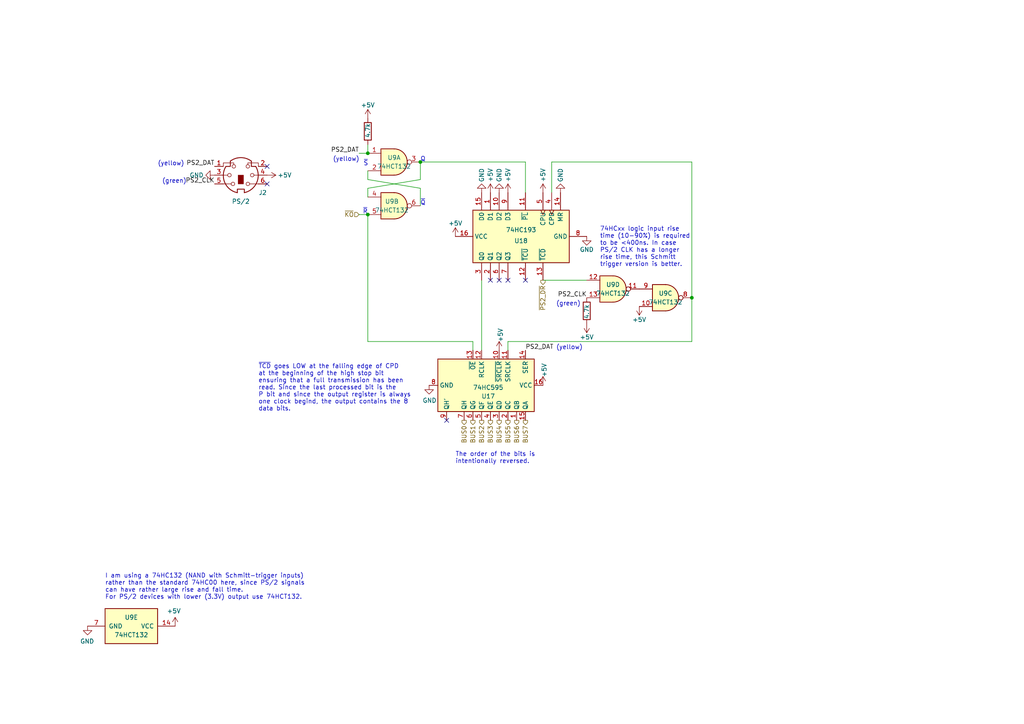
<source format=kicad_sch>
(kicad_sch
	(version 20231120)
	(generator "eeschema")
	(generator_version "8.0")
	(uuid "3456428e-1a01-4d75-8515-4be9a68bbc35")
	(paper "A4")
	(title_block
		(title "PS/2 Receiver")
		(date "2024-10-10")
		(rev "1.1")
		(comment 2 "creativecommons.org/licenses/by-nc-sa/4.0/")
		(comment 3 "This work is licensed under CC BY-NC-SA 4.0")
		(comment 4 "Author: Carsten Herting (slu4)")
	)
	(lib_symbols
		(symbol "74xx:74HC595"
			(exclude_from_sim no)
			(in_bom yes)
			(on_board yes)
			(property "Reference" "U"
				(at -7.62 13.97 0)
				(effects
					(font
						(size 1.27 1.27)
					)
				)
			)
			(property "Value" "74HC595"
				(at -7.62 -16.51 0)
				(effects
					(font
						(size 1.27 1.27)
					)
				)
			)
			(property "Footprint" ""
				(at 0 0 0)
				(effects
					(font
						(size 1.27 1.27)
					)
					(hide yes)
				)
			)
			(property "Datasheet" "http://www.ti.com/lit/ds/symlink/sn74hc595.pdf"
				(at 0 0 0)
				(effects
					(font
						(size 1.27 1.27)
					)
					(hide yes)
				)
			)
			(property "Description" "8-bit serial in/out Shift Register 3-State Outputs"
				(at 0 0 0)
				(effects
					(font
						(size 1.27 1.27)
					)
					(hide yes)
				)
			)
			(property "ki_keywords" "HCMOS SR 3State"
				(at 0 0 0)
				(effects
					(font
						(size 1.27 1.27)
					)
					(hide yes)
				)
			)
			(property "ki_fp_filters" "DIP*W7.62mm* SOIC*3.9x9.9mm*P1.27mm* TSSOP*4.4x5mm*P0.65mm* SOIC*5.3x10.2mm*P1.27mm* SOIC*7.5x10.3mm*P1.27mm*"
				(at 0 0 0)
				(effects
					(font
						(size 1.27 1.27)
					)
					(hide yes)
				)
			)
			(symbol "74HC595_1_0"
				(pin tri_state line
					(at 10.16 7.62 180)
					(length 2.54)
					(name "QB"
						(effects
							(font
								(size 1.27 1.27)
							)
						)
					)
					(number "1"
						(effects
							(font
								(size 1.27 1.27)
							)
						)
					)
				)
				(pin input line
					(at -10.16 2.54 0)
					(length 2.54)
					(name "~{SRCLR}"
						(effects
							(font
								(size 1.27 1.27)
							)
						)
					)
					(number "10"
						(effects
							(font
								(size 1.27 1.27)
							)
						)
					)
				)
				(pin input line
					(at -10.16 5.08 0)
					(length 2.54)
					(name "SRCLK"
						(effects
							(font
								(size 1.27 1.27)
							)
						)
					)
					(number "11"
						(effects
							(font
								(size 1.27 1.27)
							)
						)
					)
				)
				(pin input line
					(at -10.16 -2.54 0)
					(length 2.54)
					(name "RCLK"
						(effects
							(font
								(size 1.27 1.27)
							)
						)
					)
					(number "12"
						(effects
							(font
								(size 1.27 1.27)
							)
						)
					)
				)
				(pin input line
					(at -10.16 -5.08 0)
					(length 2.54)
					(name "~{OE}"
						(effects
							(font
								(size 1.27 1.27)
							)
						)
					)
					(number "13"
						(effects
							(font
								(size 1.27 1.27)
							)
						)
					)
				)
				(pin input line
					(at -10.16 10.16 0)
					(length 2.54)
					(name "SER"
						(effects
							(font
								(size 1.27 1.27)
							)
						)
					)
					(number "14"
						(effects
							(font
								(size 1.27 1.27)
							)
						)
					)
				)
				(pin tri_state line
					(at 10.16 10.16 180)
					(length 2.54)
					(name "QA"
						(effects
							(font
								(size 1.27 1.27)
							)
						)
					)
					(number "15"
						(effects
							(font
								(size 1.27 1.27)
							)
						)
					)
				)
				(pin power_in line
					(at 0 15.24 270)
					(length 2.54)
					(name "VCC"
						(effects
							(font
								(size 1.27 1.27)
							)
						)
					)
					(number "16"
						(effects
							(font
								(size 1.27 1.27)
							)
						)
					)
				)
				(pin tri_state line
					(at 10.16 5.08 180)
					(length 2.54)
					(name "QC"
						(effects
							(font
								(size 1.27 1.27)
							)
						)
					)
					(number "2"
						(effects
							(font
								(size 1.27 1.27)
							)
						)
					)
				)
				(pin tri_state line
					(at 10.16 2.54 180)
					(length 2.54)
					(name "QD"
						(effects
							(font
								(size 1.27 1.27)
							)
						)
					)
					(number "3"
						(effects
							(font
								(size 1.27 1.27)
							)
						)
					)
				)
				(pin tri_state line
					(at 10.16 0 180)
					(length 2.54)
					(name "QE"
						(effects
							(font
								(size 1.27 1.27)
							)
						)
					)
					(number "4"
						(effects
							(font
								(size 1.27 1.27)
							)
						)
					)
				)
				(pin tri_state line
					(at 10.16 -2.54 180)
					(length 2.54)
					(name "QF"
						(effects
							(font
								(size 1.27 1.27)
							)
						)
					)
					(number "5"
						(effects
							(font
								(size 1.27 1.27)
							)
						)
					)
				)
				(pin tri_state line
					(at 10.16 -5.08 180)
					(length 2.54)
					(name "QG"
						(effects
							(font
								(size 1.27 1.27)
							)
						)
					)
					(number "6"
						(effects
							(font
								(size 1.27 1.27)
							)
						)
					)
				)
				(pin tri_state line
					(at 10.16 -7.62 180)
					(length 2.54)
					(name "QH"
						(effects
							(font
								(size 1.27 1.27)
							)
						)
					)
					(number "7"
						(effects
							(font
								(size 1.27 1.27)
							)
						)
					)
				)
				(pin power_in line
					(at 0 -17.78 90)
					(length 2.54)
					(name "GND"
						(effects
							(font
								(size 1.27 1.27)
							)
						)
					)
					(number "8"
						(effects
							(font
								(size 1.27 1.27)
							)
						)
					)
				)
				(pin output line
					(at 10.16 -12.7 180)
					(length 2.54)
					(name "QH'"
						(effects
							(font
								(size 1.27 1.27)
							)
						)
					)
					(number "9"
						(effects
							(font
								(size 1.27 1.27)
							)
						)
					)
				)
			)
			(symbol "74HC595_1_1"
				(rectangle
					(start -7.62 12.7)
					(end 7.62 -15.24)
					(stroke
						(width 0.254)
						(type default)
					)
					(fill
						(type background)
					)
				)
			)
		)
		(symbol "8-Bit CPU 32k:74HC132"
			(pin_names
				(offset 1.016)
			)
			(exclude_from_sim no)
			(in_bom yes)
			(on_board yes)
			(property "Reference" "U"
				(at 0 1.27 0)
				(effects
					(font
						(size 1.27 1.27)
					)
				)
			)
			(property "Value" "74HC132"
				(at 0 -1.27 0)
				(effects
					(font
						(size 1.27 1.27)
					)
				)
			)
			(property "Footprint" ""
				(at 0 0 0)
				(effects
					(font
						(size 1.27 1.27)
					)
					(hide yes)
				)
			)
			(property "Datasheet" ""
				(at 0 0 0)
				(effects
					(font
						(size 1.27 1.27)
					)
					(hide yes)
				)
			)
			(property "Description" ""
				(at 0 0 0)
				(effects
					(font
						(size 1.27 1.27)
					)
					(hide yes)
				)
			)
			(property "ki_locked" ""
				(at 0 0 0)
				(effects
					(font
						(size 1.27 1.27)
					)
				)
			)
			(property "ki_fp_filters" "DIP*W7.62mm* SO14*"
				(at 0 0 0)
				(effects
					(font
						(size 1.27 1.27)
					)
					(hide yes)
				)
			)
			(symbol "74HC132_1_1"
				(arc
					(start 0 -3.81)
					(mid 3.7934 0)
					(end 0 3.81)
					(stroke
						(width 0.254)
						(type default)
					)
					(fill
						(type background)
					)
				)
				(polyline
					(pts
						(xy 0 3.81) (xy -3.81 3.81) (xy -3.81 -3.81) (xy 0 -3.81)
					)
					(stroke
						(width 0.254)
						(type default)
					)
					(fill
						(type background)
					)
				)
				(pin input line
					(at -7.62 2.54 0)
					(length 3.81)
					(name "~"
						(effects
							(font
								(size 1.27 1.27)
							)
						)
					)
					(number "1"
						(effects
							(font
								(size 1.27 1.27)
							)
						)
					)
				)
				(pin input line
					(at -7.62 -2.54 0)
					(length 3.81)
					(name "~"
						(effects
							(font
								(size 1.27 1.27)
							)
						)
					)
					(number "2"
						(effects
							(font
								(size 1.27 1.27)
							)
						)
					)
				)
				(pin output inverted
					(at 7.62 0 180)
					(length 3.81)
					(name "~"
						(effects
							(font
								(size 1.27 1.27)
							)
						)
					)
					(number "3"
						(effects
							(font
								(size 1.27 1.27)
							)
						)
					)
				)
			)
			(symbol "74HC132_1_2"
				(arc
					(start -3.81 -3.81)
					(mid -2.589 0)
					(end -3.81 3.81)
					(stroke
						(width 0.254)
						(type default)
					)
					(fill
						(type none)
					)
				)
				(arc
					(start -0.6096 -3.81)
					(mid 2.1842 -2.5851)
					(end 3.81 0)
					(stroke
						(width 0.254)
						(type default)
					)
					(fill
						(type background)
					)
				)
				(polyline
					(pts
						(xy -3.81 -3.81) (xy -0.635 -3.81)
					)
					(stroke
						(width 0.254)
						(type default)
					)
					(fill
						(type background)
					)
				)
				(polyline
					(pts
						(xy -3.81 3.81) (xy -0.635 3.81)
					)
					(stroke
						(width 0.254)
						(type default)
					)
					(fill
						(type background)
					)
				)
				(polyline
					(pts
						(xy -0.635 3.81) (xy -3.81 3.81) (xy -3.81 3.81) (xy -3.556 3.4036) (xy -3.0226 2.2606) (xy -2.6924 1.0414)
						(xy -2.6162 -0.254) (xy -2.7686 -1.4986) (xy -3.175 -2.7178) (xy -3.81 -3.81) (xy -3.81 -3.81)
						(xy -0.635 -3.81)
					)
					(stroke
						(width -25.4)
						(type default)
					)
					(fill
						(type background)
					)
				)
				(arc
					(start 3.81 0)
					(mid 2.1915 2.5936)
					(end -0.6096 3.81)
					(stroke
						(width 0.254)
						(type default)
					)
					(fill
						(type background)
					)
				)
				(pin input inverted
					(at -7.62 2.54 0)
					(length 4.318)
					(name "~"
						(effects
							(font
								(size 1.27 1.27)
							)
						)
					)
					(number "1"
						(effects
							(font
								(size 1.27 1.27)
							)
						)
					)
				)
				(pin input inverted
					(at -7.62 -2.54 0)
					(length 4.318)
					(name "~"
						(effects
							(font
								(size 1.27 1.27)
							)
						)
					)
					(number "2"
						(effects
							(font
								(size 1.27 1.27)
							)
						)
					)
				)
				(pin output line
					(at 7.62 0 180)
					(length 3.81)
					(name "~"
						(effects
							(font
								(size 1.27 1.27)
							)
						)
					)
					(number "3"
						(effects
							(font
								(size 1.27 1.27)
							)
						)
					)
				)
			)
			(symbol "74HC132_2_1"
				(arc
					(start 0 -3.81)
					(mid 3.7934 0)
					(end 0 3.81)
					(stroke
						(width 0.254)
						(type default)
					)
					(fill
						(type background)
					)
				)
				(polyline
					(pts
						(xy 0 3.81) (xy -3.81 3.81) (xy -3.81 -3.81) (xy 0 -3.81)
					)
					(stroke
						(width 0.254)
						(type default)
					)
					(fill
						(type background)
					)
				)
				(pin input line
					(at -7.62 2.54 0)
					(length 3.81)
					(name "~"
						(effects
							(font
								(size 1.27 1.27)
							)
						)
					)
					(number "4"
						(effects
							(font
								(size 1.27 1.27)
							)
						)
					)
				)
				(pin input line
					(at -7.62 -2.54 0)
					(length 3.81)
					(name "~"
						(effects
							(font
								(size 1.27 1.27)
							)
						)
					)
					(number "5"
						(effects
							(font
								(size 1.27 1.27)
							)
						)
					)
				)
				(pin output inverted
					(at 7.62 0 180)
					(length 3.81)
					(name "~"
						(effects
							(font
								(size 1.27 1.27)
							)
						)
					)
					(number "6"
						(effects
							(font
								(size 1.27 1.27)
							)
						)
					)
				)
			)
			(symbol "74HC132_2_2"
				(arc
					(start -3.81 -3.81)
					(mid -2.589 0)
					(end -3.81 3.81)
					(stroke
						(width 0.254)
						(type default)
					)
					(fill
						(type none)
					)
				)
				(arc
					(start -0.6096 -3.81)
					(mid 2.1842 -2.5851)
					(end 3.81 0)
					(stroke
						(width 0.254)
						(type default)
					)
					(fill
						(type background)
					)
				)
				(polyline
					(pts
						(xy -3.81 -3.81) (xy -0.635 -3.81)
					)
					(stroke
						(width 0.254)
						(type default)
					)
					(fill
						(type background)
					)
				)
				(polyline
					(pts
						(xy -3.81 3.81) (xy -0.635 3.81)
					)
					(stroke
						(width 0.254)
						(type default)
					)
					(fill
						(type background)
					)
				)
				(polyline
					(pts
						(xy -0.635 3.81) (xy -3.81 3.81) (xy -3.81 3.81) (xy -3.556 3.4036) (xy -3.0226 2.2606) (xy -2.6924 1.0414)
						(xy -2.6162 -0.254) (xy -2.7686 -1.4986) (xy -3.175 -2.7178) (xy -3.81 -3.81) (xy -3.81 -3.81)
						(xy -0.635 -3.81)
					)
					(stroke
						(width -25.4)
						(type default)
					)
					(fill
						(type background)
					)
				)
				(arc
					(start 3.81 0)
					(mid 2.1915 2.5936)
					(end -0.6096 3.81)
					(stroke
						(width 0.254)
						(type default)
					)
					(fill
						(type background)
					)
				)
				(pin input inverted
					(at -7.62 2.54 0)
					(length 4.318)
					(name "~"
						(effects
							(font
								(size 1.27 1.27)
							)
						)
					)
					(number "4"
						(effects
							(font
								(size 1.27 1.27)
							)
						)
					)
				)
				(pin input inverted
					(at -7.62 -2.54 0)
					(length 4.318)
					(name "~"
						(effects
							(font
								(size 1.27 1.27)
							)
						)
					)
					(number "5"
						(effects
							(font
								(size 1.27 1.27)
							)
						)
					)
				)
				(pin output line
					(at 7.62 0 180)
					(length 3.81)
					(name "~"
						(effects
							(font
								(size 1.27 1.27)
							)
						)
					)
					(number "6"
						(effects
							(font
								(size 1.27 1.27)
							)
						)
					)
				)
			)
			(symbol "74HC132_3_1"
				(arc
					(start 0 -3.81)
					(mid 3.7934 0)
					(end 0 3.81)
					(stroke
						(width 0.254)
						(type default)
					)
					(fill
						(type background)
					)
				)
				(polyline
					(pts
						(xy 0 3.81) (xy -3.81 3.81) (xy -3.81 -3.81) (xy 0 -3.81)
					)
					(stroke
						(width 0.254)
						(type default)
					)
					(fill
						(type background)
					)
				)
				(pin input line
					(at -7.62 -2.54 0)
					(length 3.81)
					(name "~"
						(effects
							(font
								(size 1.27 1.27)
							)
						)
					)
					(number "10"
						(effects
							(font
								(size 1.27 1.27)
							)
						)
					)
				)
				(pin output inverted
					(at 7.62 0 180)
					(length 3.81)
					(name "~"
						(effects
							(font
								(size 1.27 1.27)
							)
						)
					)
					(number "8"
						(effects
							(font
								(size 1.27 1.27)
							)
						)
					)
				)
				(pin input line
					(at -7.62 2.54 0)
					(length 3.81)
					(name "~"
						(effects
							(font
								(size 1.27 1.27)
							)
						)
					)
					(number "9"
						(effects
							(font
								(size 1.27 1.27)
							)
						)
					)
				)
			)
			(symbol "74HC132_3_2"
				(arc
					(start -3.81 -3.81)
					(mid -2.589 0)
					(end -3.81 3.81)
					(stroke
						(width 0.254)
						(type default)
					)
					(fill
						(type none)
					)
				)
				(arc
					(start -0.6096 -3.81)
					(mid 2.1842 -2.5851)
					(end 3.81 0)
					(stroke
						(width 0.254)
						(type default)
					)
					(fill
						(type background)
					)
				)
				(polyline
					(pts
						(xy -3.81 -3.81) (xy -0.635 -3.81)
					)
					(stroke
						(width 0.254)
						(type default)
					)
					(fill
						(type background)
					)
				)
				(polyline
					(pts
						(xy -3.81 3.81) (xy -0.635 3.81)
					)
					(stroke
						(width 0.254)
						(type default)
					)
					(fill
						(type background)
					)
				)
				(polyline
					(pts
						(xy -0.635 3.81) (xy -3.81 3.81) (xy -3.81 3.81) (xy -3.556 3.4036) (xy -3.0226 2.2606) (xy -2.6924 1.0414)
						(xy -2.6162 -0.254) (xy -2.7686 -1.4986) (xy -3.175 -2.7178) (xy -3.81 -3.81) (xy -3.81 -3.81)
						(xy -0.635 -3.81)
					)
					(stroke
						(width -25.4)
						(type default)
					)
					(fill
						(type background)
					)
				)
				(arc
					(start 3.81 0)
					(mid 2.1915 2.5936)
					(end -0.6096 3.81)
					(stroke
						(width 0.254)
						(type default)
					)
					(fill
						(type background)
					)
				)
				(pin input inverted
					(at -7.62 -2.54 0)
					(length 4.318)
					(name "~"
						(effects
							(font
								(size 1.27 1.27)
							)
						)
					)
					(number "10"
						(effects
							(font
								(size 1.27 1.27)
							)
						)
					)
				)
				(pin output line
					(at 7.62 0 180)
					(length 3.81)
					(name "~"
						(effects
							(font
								(size 1.27 1.27)
							)
						)
					)
					(number "8"
						(effects
							(font
								(size 1.27 1.27)
							)
						)
					)
				)
				(pin input inverted
					(at -7.62 2.54 0)
					(length 4.318)
					(name "~"
						(effects
							(font
								(size 1.27 1.27)
							)
						)
					)
					(number "9"
						(effects
							(font
								(size 1.27 1.27)
							)
						)
					)
				)
			)
			(symbol "74HC132_4_1"
				(arc
					(start 0 -3.81)
					(mid 3.7934 0)
					(end 0 3.81)
					(stroke
						(width 0.254)
						(type default)
					)
					(fill
						(type background)
					)
				)
				(polyline
					(pts
						(xy 0 3.81) (xy -3.81 3.81) (xy -3.81 -3.81) (xy 0 -3.81)
					)
					(stroke
						(width 0.254)
						(type default)
					)
					(fill
						(type background)
					)
				)
				(pin output inverted
					(at 7.62 0 180)
					(length 3.81)
					(name "~"
						(effects
							(font
								(size 1.27 1.27)
							)
						)
					)
					(number "11"
						(effects
							(font
								(size 1.27 1.27)
							)
						)
					)
				)
				(pin input line
					(at -7.62 2.54 0)
					(length 3.81)
					(name "~"
						(effects
							(font
								(size 1.27 1.27)
							)
						)
					)
					(number "12"
						(effects
							(font
								(size 1.27 1.27)
							)
						)
					)
				)
				(pin input line
					(at -7.62 -2.54 0)
					(length 3.81)
					(name "~"
						(effects
							(font
								(size 1.27 1.27)
							)
						)
					)
					(number "13"
						(effects
							(font
								(size 1.27 1.27)
							)
						)
					)
				)
			)
			(symbol "74HC132_4_2"
				(arc
					(start -3.81 -3.81)
					(mid -2.589 0)
					(end -3.81 3.81)
					(stroke
						(width 0.254)
						(type default)
					)
					(fill
						(type none)
					)
				)
				(arc
					(start -0.6096 -3.81)
					(mid 2.1842 -2.5851)
					(end 3.81 0)
					(stroke
						(width 0.254)
						(type default)
					)
					(fill
						(type background)
					)
				)
				(polyline
					(pts
						(xy -3.81 -3.81) (xy -0.635 -3.81)
					)
					(stroke
						(width 0.254)
						(type default)
					)
					(fill
						(type background)
					)
				)
				(polyline
					(pts
						(xy -3.81 3.81) (xy -0.635 3.81)
					)
					(stroke
						(width 0.254)
						(type default)
					)
					(fill
						(type background)
					)
				)
				(polyline
					(pts
						(xy -0.635 3.81) (xy -3.81 3.81) (xy -3.81 3.81) (xy -3.556 3.4036) (xy -3.0226 2.2606) (xy -2.6924 1.0414)
						(xy -2.6162 -0.254) (xy -2.7686 -1.4986) (xy -3.175 -2.7178) (xy -3.81 -3.81) (xy -3.81 -3.81)
						(xy -0.635 -3.81)
					)
					(stroke
						(width -25.4)
						(type default)
					)
					(fill
						(type background)
					)
				)
				(arc
					(start 3.81 0)
					(mid 2.1915 2.5936)
					(end -0.6096 3.81)
					(stroke
						(width 0.254)
						(type default)
					)
					(fill
						(type background)
					)
				)
				(pin output line
					(at 7.62 0 180)
					(length 3.81)
					(name "~"
						(effects
							(font
								(size 1.27 1.27)
							)
						)
					)
					(number "11"
						(effects
							(font
								(size 1.27 1.27)
							)
						)
					)
				)
				(pin input inverted
					(at -7.62 2.54 0)
					(length 4.318)
					(name "~"
						(effects
							(font
								(size 1.27 1.27)
							)
						)
					)
					(number "12"
						(effects
							(font
								(size 1.27 1.27)
							)
						)
					)
				)
				(pin input inverted
					(at -7.62 -2.54 0)
					(length 4.318)
					(name "~"
						(effects
							(font
								(size 1.27 1.27)
							)
						)
					)
					(number "13"
						(effects
							(font
								(size 1.27 1.27)
							)
						)
					)
				)
			)
			(symbol "74HC132_5_0"
				(pin power_in line
					(at 0 12.7 270)
					(length 5.08)
					(name "VCC"
						(effects
							(font
								(size 1.27 1.27)
							)
						)
					)
					(number "14"
						(effects
							(font
								(size 1.27 1.27)
							)
						)
					)
				)
				(pin power_in line
					(at 0 -12.7 90)
					(length 5.08)
					(name "GND"
						(effects
							(font
								(size 1.27 1.27)
							)
						)
					)
					(number "7"
						(effects
							(font
								(size 1.27 1.27)
							)
						)
					)
				)
			)
			(symbol "74HC132_5_1"
				(rectangle
					(start -5.08 7.62)
					(end 5.08 -7.62)
					(stroke
						(width 0.254)
						(type default)
					)
					(fill
						(type background)
					)
				)
			)
		)
		(symbol "8-Bit CPU 32k:74HC193"
			(exclude_from_sim no)
			(in_bom yes)
			(on_board yes)
			(property "Reference" "U"
				(at -7.62 13.97 0)
				(effects
					(font
						(size 1.27 1.27)
					)
				)
			)
			(property "Value" "74HC193"
				(at 5.08 13.97 0)
				(effects
					(font
						(size 1.27 1.27)
					)
				)
			)
			(property "Footprint" ""
				(at 0 0 0)
				(effects
					(font
						(size 1.27 1.27)
					)
					(hide yes)
				)
			)
			(property "Datasheet" "http://www.ti.com/lit/ds/symlink/sn74ls193.pdf"
				(at 0 0 0)
				(effects
					(font
						(size 1.27 1.27)
					)
					(hide yes)
				)
			)
			(property "Description" "Synchronous 4-bit Up/Down (2 clk) counter"
				(at 0 0 0)
				(effects
					(font
						(size 1.27 1.27)
					)
					(hide yes)
				)
			)
			(property "ki_keywords" "TTL CNT CNT4"
				(at 0 0 0)
				(effects
					(font
						(size 1.27 1.27)
					)
					(hide yes)
				)
			)
			(property "ki_fp_filters" "SOIC*3.9x9.9mm*P1.27mm* DIP*W7.62mm*"
				(at 0 0 0)
				(effects
					(font
						(size 1.27 1.27)
					)
					(hide yes)
				)
			)
			(symbol "74HC193_1_0"
				(pin input line
					(at -12.7 7.62 0)
					(length 5.08)
					(name "D1"
						(effects
							(font
								(size 1.27 1.27)
							)
						)
					)
					(number "1"
						(effects
							(font
								(size 1.27 1.27)
							)
						)
					)
				)
				(pin input line
					(at -12.7 5.08 0)
					(length 5.08)
					(name "D2"
						(effects
							(font
								(size 1.27 1.27)
							)
						)
					)
					(number "10"
						(effects
							(font
								(size 1.27 1.27)
							)
						)
					)
				)
				(pin input line
					(at -12.7 -2.54 0)
					(length 5.08)
					(name "~{PL}"
						(effects
							(font
								(size 1.27 1.27)
							)
						)
					)
					(number "11"
						(effects
							(font
								(size 1.27 1.27)
							)
						)
					)
				)
				(pin output line
					(at 12.7 -2.54 180)
					(length 5.08)
					(name "~{TCU}"
						(effects
							(font
								(size 1.27 1.27)
							)
						)
					)
					(number "12"
						(effects
							(font
								(size 1.27 1.27)
							)
						)
					)
				)
				(pin output line
					(at 12.7 -7.62 180)
					(length 5.08)
					(name "~{TCD}"
						(effects
							(font
								(size 1.27 1.27)
							)
						)
					)
					(number "13"
						(effects
							(font
								(size 1.27 1.27)
							)
						)
					)
				)
				(pin input line
					(at -12.7 -12.7 0)
					(length 5.08)
					(name "MR"
						(effects
							(font
								(size 1.27 1.27)
							)
						)
					)
					(number "14"
						(effects
							(font
								(size 1.27 1.27)
							)
						)
					)
				)
				(pin input line
					(at -12.7 10.16 0)
					(length 5.08)
					(name "D0"
						(effects
							(font
								(size 1.27 1.27)
							)
						)
					)
					(number "15"
						(effects
							(font
								(size 1.27 1.27)
							)
						)
					)
				)
				(pin power_in line
					(at 0 17.78 270)
					(length 5.08)
					(name "VCC"
						(effects
							(font
								(size 1.27 1.27)
							)
						)
					)
					(number "16"
						(effects
							(font
								(size 1.27 1.27)
							)
						)
					)
				)
				(pin output line
					(at 12.7 7.62 180)
					(length 5.08)
					(name "Q1"
						(effects
							(font
								(size 1.27 1.27)
							)
						)
					)
					(number "2"
						(effects
							(font
								(size 1.27 1.27)
							)
						)
					)
				)
				(pin output line
					(at 12.7 10.16 180)
					(length 5.08)
					(name "Q0"
						(effects
							(font
								(size 1.27 1.27)
							)
						)
					)
					(number "3"
						(effects
							(font
								(size 1.27 1.27)
							)
						)
					)
				)
				(pin input clock
					(at -12.7 -10.16 0)
					(length 5.08)
					(name "CPD"
						(effects
							(font
								(size 1.27 1.27)
							)
						)
					)
					(number "4"
						(effects
							(font
								(size 1.27 1.27)
							)
						)
					)
				)
				(pin input clock
					(at -12.7 -7.62 0)
					(length 5.08)
					(name "CPU"
						(effects
							(font
								(size 1.27 1.27)
							)
						)
					)
					(number "5"
						(effects
							(font
								(size 1.27 1.27)
							)
						)
					)
				)
				(pin output line
					(at 12.7 5.08 180)
					(length 5.08)
					(name "Q2"
						(effects
							(font
								(size 1.27 1.27)
							)
						)
					)
					(number "6"
						(effects
							(font
								(size 1.27 1.27)
							)
						)
					)
				)
				(pin output line
					(at 12.7 2.54 180)
					(length 5.08)
					(name "Q3"
						(effects
							(font
								(size 1.27 1.27)
							)
						)
					)
					(number "7"
						(effects
							(font
								(size 1.27 1.27)
							)
						)
					)
				)
				(pin power_in line
					(at 0 -20.32 90)
					(length 5.08)
					(name "GND"
						(effects
							(font
								(size 1.27 1.27)
							)
						)
					)
					(number "8"
						(effects
							(font
								(size 1.27 1.27)
							)
						)
					)
				)
				(pin input line
					(at -12.7 2.54 0)
					(length 5.08)
					(name "D3"
						(effects
							(font
								(size 1.27 1.27)
							)
						)
					)
					(number "9"
						(effects
							(font
								(size 1.27 1.27)
							)
						)
					)
				)
			)
			(symbol "74HC193_1_1"
				(rectangle
					(start -7.62 12.7)
					(end 7.62 -15.24)
					(stroke
						(width 0.254)
						(type default)
					)
					(fill
						(type background)
					)
				)
			)
		)
		(symbol "Connector:Mini-DIN-6"
			(pin_names
				(offset 1.016)
			)
			(exclude_from_sim no)
			(in_bom yes)
			(on_board yes)
			(property "Reference" "J"
				(at 0 6.35 0)
				(effects
					(font
						(size 1.27 1.27)
					)
				)
			)
			(property "Value" "Mini-DIN-6"
				(at 0 -6.35 0)
				(effects
					(font
						(size 1.27 1.27)
					)
				)
			)
			(property "Footprint" ""
				(at 0 0 0)
				(effects
					(font
						(size 1.27 1.27)
					)
					(hide yes)
				)
			)
			(property "Datasheet" "http://service.powerdynamics.com/ec/Catalog17/Section%2011.pdf"
				(at 0 0 0)
				(effects
					(font
						(size 1.27 1.27)
					)
					(hide yes)
				)
			)
			(property "Description" "6-pin Mini-DIN connector"
				(at 0 0 0)
				(effects
					(font
						(size 1.27 1.27)
					)
					(hide yes)
				)
			)
			(property "ki_keywords" "Mini-DIN"
				(at 0 0 0)
				(effects
					(font
						(size 1.27 1.27)
					)
					(hide yes)
				)
			)
			(property "ki_fp_filters" "MINI?DIN*"
				(at 0 0 0)
				(effects
					(font
						(size 1.27 1.27)
					)
					(hide yes)
				)
			)
			(symbol "Mini-DIN-6_0_1"
				(circle
					(center -3.302 0)
					(radius 0.508)
					(stroke
						(width 0)
						(type default)
					)
					(fill
						(type none)
					)
				)
				(arc
					(start -3.048 -4.064)
					(mid 0 -5.08)
					(end 3.048 -4.064)
					(stroke
						(width 0.254)
						(type default)
					)
					(fill
						(type none)
					)
				)
				(circle
					(center -2.032 -2.54)
					(radius 0.508)
					(stroke
						(width 0)
						(type default)
					)
					(fill
						(type none)
					)
				)
				(circle
					(center -2.032 2.54)
					(radius 0.508)
					(stroke
						(width 0)
						(type default)
					)
					(fill
						(type none)
					)
				)
				(arc
					(start -1.016 5.08)
					(mid -4.6228 2.1214)
					(end -4.318 -2.54)
					(stroke
						(width 0.254)
						(type default)
					)
					(fill
						(type none)
					)
				)
				(rectangle
					(start -0.762 2.54)
					(end 0.762 0)
					(stroke
						(width 0)
						(type default)
					)
					(fill
						(type outline)
					)
				)
				(polyline
					(pts
						(xy -3.81 0) (xy -5.08 0)
					)
					(stroke
						(width 0)
						(type default)
					)
					(fill
						(type none)
					)
				)
				(polyline
					(pts
						(xy -2.54 2.54) (xy -5.08 2.54)
					)
					(stroke
						(width 0)
						(type default)
					)
					(fill
						(type none)
					)
				)
				(polyline
					(pts
						(xy 2.794 2.54) (xy 5.08 2.54)
					)
					(stroke
						(width 0)
						(type default)
					)
					(fill
						(type none)
					)
				)
				(polyline
					(pts
						(xy 5.08 0) (xy 3.81 0)
					)
					(stroke
						(width 0)
						(type default)
					)
					(fill
						(type none)
					)
				)
				(polyline
					(pts
						(xy -4.318 -2.54) (xy -3.048 -2.54) (xy -3.048 -4.064)
					)
					(stroke
						(width 0.254)
						(type default)
					)
					(fill
						(type none)
					)
				)
				(polyline
					(pts
						(xy 4.318 -2.54) (xy 3.048 -2.54) (xy 3.048 -4.064)
					)
					(stroke
						(width 0.254)
						(type default)
					)
					(fill
						(type none)
					)
				)
				(polyline
					(pts
						(xy -2.032 -3.048) (xy -2.032 -3.556) (xy -5.08 -3.556) (xy -5.08 -2.54)
					)
					(stroke
						(width 0)
						(type default)
					)
					(fill
						(type none)
					)
				)
				(polyline
					(pts
						(xy -1.016 5.08) (xy -1.016 4.064) (xy 1.016 4.064) (xy 1.016 5.08)
					)
					(stroke
						(width 0.254)
						(type default)
					)
					(fill
						(type none)
					)
				)
				(polyline
					(pts
						(xy 2.032 -3.048) (xy 2.032 -3.556) (xy 5.08 -3.556) (xy 5.08 -2.54)
					)
					(stroke
						(width 0)
						(type default)
					)
					(fill
						(type none)
					)
				)
				(circle
					(center 2.032 -2.54)
					(radius 0.508)
					(stroke
						(width 0)
						(type default)
					)
					(fill
						(type none)
					)
				)
				(circle
					(center 2.286 2.54)
					(radius 0.508)
					(stroke
						(width 0)
						(type default)
					)
					(fill
						(type none)
					)
				)
				(circle
					(center 3.302 0)
					(radius 0.508)
					(stroke
						(width 0)
						(type default)
					)
					(fill
						(type none)
					)
				)
				(arc
					(start 4.318 -2.54)
					(mid 4.6661 2.1322)
					(end 1.016 5.08)
					(stroke
						(width 0.254)
						(type default)
					)
					(fill
						(type none)
					)
				)
			)
			(symbol "Mini-DIN-6_1_1"
				(pin passive line
					(at 7.62 -2.54 180)
					(length 2.54)
					(name "~"
						(effects
							(font
								(size 1.27 1.27)
							)
						)
					)
					(number "1"
						(effects
							(font
								(size 1.27 1.27)
							)
						)
					)
				)
				(pin passive line
					(at -7.62 -2.54 0)
					(length 2.54)
					(name "~"
						(effects
							(font
								(size 1.27 1.27)
							)
						)
					)
					(number "2"
						(effects
							(font
								(size 1.27 1.27)
							)
						)
					)
				)
				(pin passive line
					(at 7.62 0 180)
					(length 2.54)
					(name "~"
						(effects
							(font
								(size 1.27 1.27)
							)
						)
					)
					(number "3"
						(effects
							(font
								(size 1.27 1.27)
							)
						)
					)
				)
				(pin passive line
					(at -7.62 0 0)
					(length 2.54)
					(name "~"
						(effects
							(font
								(size 1.27 1.27)
							)
						)
					)
					(number "4"
						(effects
							(font
								(size 1.27 1.27)
							)
						)
					)
				)
				(pin passive line
					(at 7.62 2.54 180)
					(length 2.54)
					(name "~"
						(effects
							(font
								(size 1.27 1.27)
							)
						)
					)
					(number "5"
						(effects
							(font
								(size 1.27 1.27)
							)
						)
					)
				)
				(pin passive line
					(at -7.62 2.54 0)
					(length 2.54)
					(name "~"
						(effects
							(font
								(size 1.27 1.27)
							)
						)
					)
					(number "6"
						(effects
							(font
								(size 1.27 1.27)
							)
						)
					)
				)
			)
		)
		(symbol "Device:R"
			(pin_numbers hide)
			(pin_names
				(offset 0)
			)
			(exclude_from_sim no)
			(in_bom yes)
			(on_board yes)
			(property "Reference" "R"
				(at 2.032 0 90)
				(effects
					(font
						(size 1.27 1.27)
					)
				)
			)
			(property "Value" "R"
				(at 0 0 90)
				(effects
					(font
						(size 1.27 1.27)
					)
				)
			)
			(property "Footprint" ""
				(at -1.778 0 90)
				(effects
					(font
						(size 1.27 1.27)
					)
					(hide yes)
				)
			)
			(property "Datasheet" "~"
				(at 0 0 0)
				(effects
					(font
						(size 1.27 1.27)
					)
					(hide yes)
				)
			)
			(property "Description" "Resistor"
				(at 0 0 0)
				(effects
					(font
						(size 1.27 1.27)
					)
					(hide yes)
				)
			)
			(property "ki_keywords" "R res resistor"
				(at 0 0 0)
				(effects
					(font
						(size 1.27 1.27)
					)
					(hide yes)
				)
			)
			(property "ki_fp_filters" "R_*"
				(at 0 0 0)
				(effects
					(font
						(size 1.27 1.27)
					)
					(hide yes)
				)
			)
			(symbol "R_0_1"
				(rectangle
					(start -1.016 -2.54)
					(end 1.016 2.54)
					(stroke
						(width 0.254)
						(type default)
					)
					(fill
						(type none)
					)
				)
			)
			(symbol "R_1_1"
				(pin passive line
					(at 0 3.81 270)
					(length 1.27)
					(name "~"
						(effects
							(font
								(size 1.27 1.27)
							)
						)
					)
					(number "1"
						(effects
							(font
								(size 1.27 1.27)
							)
						)
					)
				)
				(pin passive line
					(at 0 -3.81 90)
					(length 1.27)
					(name "~"
						(effects
							(font
								(size 1.27 1.27)
							)
						)
					)
					(number "2"
						(effects
							(font
								(size 1.27 1.27)
							)
						)
					)
				)
			)
		)
		(symbol "power:+5V"
			(power)
			(pin_names
				(offset 0)
			)
			(exclude_from_sim no)
			(in_bom yes)
			(on_board yes)
			(property "Reference" "#PWR"
				(at 0 -3.81 0)
				(effects
					(font
						(size 1.27 1.27)
					)
					(hide yes)
				)
			)
			(property "Value" "+5V"
				(at 0 3.556 0)
				(effects
					(font
						(size 1.27 1.27)
					)
				)
			)
			(property "Footprint" ""
				(at 0 0 0)
				(effects
					(font
						(size 1.27 1.27)
					)
					(hide yes)
				)
			)
			(property "Datasheet" ""
				(at 0 0 0)
				(effects
					(font
						(size 1.27 1.27)
					)
					(hide yes)
				)
			)
			(property "Description" "Power symbol creates a global label with name \"+5V\""
				(at 0 0 0)
				(effects
					(font
						(size 1.27 1.27)
					)
					(hide yes)
				)
			)
			(property "ki_keywords" "power-flag"
				(at 0 0 0)
				(effects
					(font
						(size 1.27 1.27)
					)
					(hide yes)
				)
			)
			(symbol "+5V_0_1"
				(polyline
					(pts
						(xy -0.762 1.27) (xy 0 2.54)
					)
					(stroke
						(width 0)
						(type default)
					)
					(fill
						(type none)
					)
				)
				(polyline
					(pts
						(xy 0 0) (xy 0 2.54)
					)
					(stroke
						(width 0)
						(type default)
					)
					(fill
						(type none)
					)
				)
				(polyline
					(pts
						(xy 0 2.54) (xy 0.762 1.27)
					)
					(stroke
						(width 0)
						(type default)
					)
					(fill
						(type none)
					)
				)
			)
			(symbol "+5V_1_1"
				(pin power_in line
					(at 0 0 90)
					(length 0) hide
					(name "+5V"
						(effects
							(font
								(size 1.27 1.27)
							)
						)
					)
					(number "1"
						(effects
							(font
								(size 1.27 1.27)
							)
						)
					)
				)
			)
		)
		(symbol "power:GND"
			(power)
			(pin_names
				(offset 0)
			)
			(exclude_from_sim no)
			(in_bom yes)
			(on_board yes)
			(property "Reference" "#PWR"
				(at 0 -6.35 0)
				(effects
					(font
						(size 1.27 1.27)
					)
					(hide yes)
				)
			)
			(property "Value" "GND"
				(at 0 -3.81 0)
				(effects
					(font
						(size 1.27 1.27)
					)
				)
			)
			(property "Footprint" ""
				(at 0 0 0)
				(effects
					(font
						(size 1.27 1.27)
					)
					(hide yes)
				)
			)
			(property "Datasheet" ""
				(at 0 0 0)
				(effects
					(font
						(size 1.27 1.27)
					)
					(hide yes)
				)
			)
			(property "Description" "Power symbol creates a global label with name \"GND\" , ground"
				(at 0 0 0)
				(effects
					(font
						(size 1.27 1.27)
					)
					(hide yes)
				)
			)
			(property "ki_keywords" "power-flag"
				(at 0 0 0)
				(effects
					(font
						(size 1.27 1.27)
					)
					(hide yes)
				)
			)
			(symbol "GND_0_1"
				(polyline
					(pts
						(xy 0 0) (xy 0 -1.27) (xy 1.27 -1.27) (xy 0 -2.54) (xy -1.27 -1.27) (xy 0 -1.27)
					)
					(stroke
						(width 0)
						(type default)
					)
					(fill
						(type none)
					)
				)
			)
			(symbol "GND_1_1"
				(pin power_in line
					(at 0 0 270)
					(length 0) hide
					(name "GND"
						(effects
							(font
								(size 1.27 1.27)
							)
						)
					)
					(number "1"
						(effects
							(font
								(size 1.27 1.27)
							)
						)
					)
				)
			)
		)
	)
	(junction
		(at 106.68 44.45)
		(diameter 0)
		(color 0 0 0 0)
		(uuid "03b241ba-0e7f-44cb-9d94-070f0df04c11")
	)
	(junction
		(at 106.68 62.23)
		(diameter 0)
		(color 0 0 0 0)
		(uuid "4077a75c-0f7f-430f-bf29-3f610eab2b45")
	)
	(junction
		(at 121.92 46.99)
		(diameter 0)
		(color 0 0 0 0)
		(uuid "d2702105-3838-4358-adb9-8b3d8f634e9c")
	)
	(junction
		(at 200.66 86.36)
		(diameter 0)
		(color 0 0 0 0)
		(uuid "fbbfb05c-57d6-4fc4-8650-5cb9a4218e2c")
	)
	(no_connect
		(at 142.24 81.28)
		(uuid "3497a1e4-c12a-4f8a-8a8d-fe98de6ba583")
	)
	(no_connect
		(at 77.47 48.26)
		(uuid "59762be6-3448-41b3-82be-82d7b442f5a6")
	)
	(no_connect
		(at 77.47 53.34)
		(uuid "84ecd1cd-ef0c-44a1-948e-b65075e27a68")
	)
	(no_connect
		(at 147.32 81.28)
		(uuid "aad6f2a9-105f-4042-ac5a-1cc557bfd6b9")
	)
	(no_connect
		(at 152.4 81.28)
		(uuid "d4205fb1-8fd8-4e18-8b4b-fad3169845ca")
	)
	(no_connect
		(at 144.78 81.28)
		(uuid "d4205fb1-8fd8-4e18-8b4b-fad3169845cb")
	)
	(no_connect
		(at 129.54 121.92)
		(uuid "ef7c1122-32c5-474e-9a40-089ce3aaa002")
	)
	(wire
		(pts
			(xy 106.68 54.61) (xy 121.92 52.07)
		)
		(stroke
			(width 0)
			(type default)
		)
		(uuid "174c1b41-98af-40fa-aa1b-98b826fc88fd")
	)
	(wire
		(pts
			(xy 137.16 99.06) (xy 106.68 99.06)
		)
		(stroke
			(width 0)
			(type default)
		)
		(uuid "1860f751-3cae-4aa7-a8d0-5a0fcda9a0b4")
	)
	(wire
		(pts
			(xy 200.66 46.99) (xy 200.66 86.36)
		)
		(stroke
			(width 0)
			(type default)
		)
		(uuid "4194576d-8da2-4460-a34f-c1cf176afb1c")
	)
	(wire
		(pts
			(xy 104.14 62.23) (xy 106.68 62.23)
		)
		(stroke
			(width 0)
			(type default)
		)
		(uuid "492ffeb0-0431-4891-b93f-cc30fa59a953")
	)
	(wire
		(pts
			(xy 160.02 46.99) (xy 200.66 46.99)
		)
		(stroke
			(width 0)
			(type default)
		)
		(uuid "50b6d84a-4c93-4b3d-8a06-1ce1d2d47a9c")
	)
	(wire
		(pts
			(xy 139.7 81.28) (xy 139.7 101.6)
		)
		(stroke
			(width 0)
			(type default)
		)
		(uuid "54962b3a-acbf-47d0-880d-304dd56cc8b6")
	)
	(wire
		(pts
			(xy 157.48 81.28) (xy 170.18 81.28)
		)
		(stroke
			(width 0)
			(type default)
		)
		(uuid "5ae90e69-d7a2-4442-b539-813e2867acef")
	)
	(wire
		(pts
			(xy 147.32 99.06) (xy 147.32 101.6)
		)
		(stroke
			(width 0)
			(type default)
		)
		(uuid "697735d3-99ca-4766-8213-4a2a6911a49f")
	)
	(wire
		(pts
			(xy 106.68 44.45) (xy 106.68 41.91)
		)
		(stroke
			(width 0)
			(type default)
		)
		(uuid "7910d241-7f98-4958-b24d-6bc235592207")
	)
	(wire
		(pts
			(xy 106.68 52.07) (xy 121.92 54.61)
		)
		(stroke
			(width 0)
			(type default)
		)
		(uuid "8364206b-101f-429a-829e-c4cdbf3578ee")
	)
	(wire
		(pts
			(xy 106.68 49.53) (xy 106.68 52.07)
		)
		(stroke
			(width 0)
			(type default)
		)
		(uuid "83f22a61-a77c-46fc-8555-64621e8b572f")
	)
	(wire
		(pts
			(xy 137.16 101.6) (xy 137.16 99.06)
		)
		(stroke
			(width 0)
			(type default)
		)
		(uuid "88346873-fce8-4a3b-8c0b-a41234d8f2b4")
	)
	(wire
		(pts
			(xy 121.92 52.07) (xy 121.92 46.99)
		)
		(stroke
			(width 0)
			(type default)
		)
		(uuid "9c30665a-2a6b-4471-859a-2a2e48d260b1")
	)
	(wire
		(pts
			(xy 121.92 54.61) (xy 121.92 59.69)
		)
		(stroke
			(width 0)
			(type default)
		)
		(uuid "a553ec2b-0725-403f-8413-aadd1bcf3b98")
	)
	(wire
		(pts
			(xy 106.68 62.23) (xy 106.68 99.06)
		)
		(stroke
			(width 0)
			(type default)
		)
		(uuid "a7baba16-ac4e-4968-903b-cc70dc748e70")
	)
	(wire
		(pts
			(xy 106.68 57.15) (xy 106.68 54.61)
		)
		(stroke
			(width 0)
			(type default)
		)
		(uuid "a99caca2-96b6-4b98-9263-17acc65d768b")
	)
	(wire
		(pts
			(xy 200.66 99.06) (xy 147.32 99.06)
		)
		(stroke
			(width 0)
			(type default)
		)
		(uuid "c03e20b3-6894-40cd-86fa-ba0544994409")
	)
	(wire
		(pts
			(xy 160.02 55.88) (xy 160.02 46.99)
		)
		(stroke
			(width 0)
			(type default)
		)
		(uuid "dbdd6a77-39d5-4ab8-a17e-db76bdd7a30a")
	)
	(wire
		(pts
			(xy 200.66 86.36) (xy 200.66 99.06)
		)
		(stroke
			(width 0)
			(type default)
		)
		(uuid "e1af9635-59c4-41b6-89e4-a9587d22b384")
	)
	(wire
		(pts
			(xy 152.4 46.99) (xy 152.4 55.88)
		)
		(stroke
			(width 0)
			(type default)
		)
		(uuid "ee2fd687-95c8-4970-9068-0f905ada6516")
	)
	(wire
		(pts
			(xy 152.4 46.99) (xy 121.92 46.99)
		)
		(stroke
			(width 0)
			(type default)
		)
		(uuid "ee33c7b4-7668-418b-97d9-784b54736ed9")
	)
	(wire
		(pts
			(xy 104.14 44.45) (xy 106.68 44.45)
		)
		(stroke
			(width 0)
			(type default)
		)
		(uuid "f9894dd7-d90d-461a-900f-b90f1d054eb1")
	)
	(text "(green)"
		(exclude_from_sim no)
		(at 46.99 53.34 0)
		(effects
			(font
				(size 1.27 1.27)
			)
			(justify left bottom)
		)
		(uuid "10d3ba76-1735-4fed-a0cf-26f70036366e")
	)
	(text "(yellow)"
		(exclude_from_sim no)
		(at 161.29 101.6 0)
		(effects
			(font
				(size 1.27 1.27)
			)
			(justify left bottom)
		)
		(uuid "1734cf2a-0652-4560-b6f9-a2e6d4a8e683")
	)
	(text "~{Q}"
		(exclude_from_sim no)
		(at 121.92 59.69 0)
		(effects
			(font
				(size 1.27 1.27)
			)
			(justify left bottom)
		)
		(uuid "24d3e09a-39f4-4ed1-acb8-fcaf35f1e6cb")
	)
	(text "The order of the bits is\nintentionally reversed."
		(exclude_from_sim no)
		(at 132.08 134.62 0)
		(effects
			(font
				(size 1.27 1.27)
			)
			(justify left bottom)
		)
		(uuid "252ce961-79f6-43c5-9980-e5708a2f43e0")
	)
	(text "~{TCD} goes LOW at the falling edge of CPD\nat the beginning of the high stop bit\nensuring that a full transmission has been\nread. Since the last processed bit is the\nP bit and since the output register is always\none clock begind, the output contains the 8\ndata bits."
		(exclude_from_sim no)
		(at 74.93 119.38 0)
		(effects
			(font
				(size 1.27 1.27)
			)
			(justify left bottom)
		)
		(uuid "3ee89d72-c97e-412c-954b-a9d53d9e0504")
	)
	(text "(yellow)"
		(exclude_from_sim no)
		(at 45.72 48.26 0)
		(effects
			(font
				(size 1.27 1.27)
			)
			(justify left bottom)
		)
		(uuid "5808d9ee-a5e8-402f-9a11-2577246cbee5")
	)
	(text "(yellow)"
		(exclude_from_sim no)
		(at 96.52 46.99 0)
		(effects
			(font
				(size 1.27 1.27)
			)
			(justify left bottom)
		)
		(uuid "64f52bc3-fd93-4235-bda6-e1824eed03c8")
	)
	(text "(green)"
		(exclude_from_sim no)
		(at 161.29 88.9 0)
		(effects
			(font
				(size 1.27 1.27)
			)
			(justify left bottom)
		)
		(uuid "9355044c-e204-45d5-a5ae-14c192350ebe")
	)
	(text "Q"
		(exclude_from_sim no)
		(at 121.92 46.99 0)
		(effects
			(font
				(size 1.27 1.27)
			)
			(justify left bottom)
		)
		(uuid "b225d010-4b05-4eb8-9d56-3799b2a590f6")
	)
	(text "~{R}"
		(exclude_from_sim no)
		(at 106.68 62.23 0)
		(effects
			(font
				(size 1.27 1.27)
			)
			(justify right bottom)
		)
		(uuid "cf8ecd47-f13c-4a92-9977-395a0b975ffc")
	)
	(text "~{S}"
		(exclude_from_sim no)
		(at 105.41 48.26 0)
		(effects
			(font
				(size 1.27 1.27)
			)
			(justify left bottom)
		)
		(uuid "d5b3f14c-da6f-4ffa-bfd5-7ca83ab80352")
	)
	(text "74HCxx logic input rise\ntime (10-90%) is required\nto be <400ns. In case\nPS/2 CLK has a longer\nrise time, this Schmitt\ntrigger version is better."
		(exclude_from_sim no)
		(at 173.99 77.47 0)
		(effects
			(font
				(size 1.27 1.27)
			)
			(justify left bottom)
		)
		(uuid "e3e62594-e8d4-4a6f-998e-4d1a9f251260")
	)
	(text "I am using a 74HC132 (NAND with Schmitt-trigger inputs)\nrather than the standard 74HC00 here, since PS/2 signals\ncan have rather large rise and fall time.\nFor PS/2 devices with lower (3.3V) output use 74HCT132."
		(exclude_from_sim no)
		(at 30.48 173.99 0)
		(effects
			(font
				(size 1.27 1.27)
			)
			(justify left bottom)
		)
		(uuid "ef38121e-15e5-47cd-a0ad-d067227d3388")
	)
	(label "PS2_DAT"
		(at 152.4 101.6 0)
		(fields_autoplaced yes)
		(effects
			(font
				(size 1.27 1.27)
			)
			(justify left bottom)
		)
		(uuid "13c75b02-f270-487f-8518-499182d62d5c")
	)
	(label "PS2_CLK"
		(at 170.18 86.36 180)
		(fields_autoplaced yes)
		(effects
			(font
				(size 1.27 1.27)
			)
			(justify right bottom)
		)
		(uuid "577e6af8-661c-420e-90bb-42695b2499dc")
	)
	(label "PS2_DAT"
		(at 62.23 48.26 180)
		(fields_autoplaced yes)
		(effects
			(font
				(size 1.27 1.27)
			)
			(justify right bottom)
		)
		(uuid "7e417712-05f1-4fc2-b250-8d6b6cbd00e8")
	)
	(label "PS2_CLK"
		(at 62.23 53.34 180)
		(fields_autoplaced yes)
		(effects
			(font
				(size 1.27 1.27)
			)
			(justify right bottom)
		)
		(uuid "a7a4bd01-6e0e-48d9-9a28-e50b2c6ca1f3")
	)
	(label "PS2_DAT"
		(at 104.14 44.45 180)
		(fields_autoplaced yes)
		(effects
			(font
				(size 1.27 1.27)
			)
			(justify right bottom)
		)
		(uuid "e226acce-1041-4d1d-8eb8-17d041ab4a94")
	)
	(hierarchical_label "BUS2"
		(shape output)
		(at 139.7 121.92 270)
		(fields_autoplaced yes)
		(effects
			(font
				(size 1.27 1.27)
			)
			(justify right)
		)
		(uuid "16d7d90a-24c5-4983-8718-ed619fc8cc26")
	)
	(hierarchical_label "BUS6"
		(shape output)
		(at 149.86 121.92 270)
		(fields_autoplaced yes)
		(effects
			(font
				(size 1.27 1.27)
			)
			(justify right)
		)
		(uuid "39603257-e0ca-4e97-bffa-28133e3dfd87")
	)
	(hierarchical_label "BUS4"
		(shape output)
		(at 144.78 121.92 270)
		(fields_autoplaced yes)
		(effects
			(font
				(size 1.27 1.27)
			)
			(justify right)
		)
		(uuid "587425dc-b71a-4808-974a-85d2132d1c49")
	)
	(hierarchical_label "~{PS2_DR}"
		(shape output)
		(at 157.48 81.28 270)
		(fields_autoplaced yes)
		(effects
			(font
				(size 1.27 1.27)
			)
			(justify right)
		)
		(uuid "787d9226-92b3-4aff-b7ed-95c0ce06bf39")
	)
	(hierarchical_label "BUS1"
		(shape output)
		(at 137.16 121.92 270)
		(fields_autoplaced yes)
		(effects
			(font
				(size 1.27 1.27)
			)
			(justify right)
		)
		(uuid "7cd9aaca-ded7-44cf-8878-967ff324d9cc")
	)
	(hierarchical_label "~{KO}"
		(shape input)
		(at 104.14 62.23 180)
		(fields_autoplaced yes)
		(effects
			(font
				(size 1.27 1.27)
			)
			(justify right)
		)
		(uuid "80f34b84-6f4a-4f7a-9010-7bfd3d11b27c")
	)
	(hierarchical_label "BUS0"
		(shape output)
		(at 134.62 121.92 270)
		(fields_autoplaced yes)
		(effects
			(font
				(size 1.27 1.27)
			)
			(justify right)
		)
		(uuid "ba039452-c615-4aa2-86a3-499ea328533c")
	)
	(hierarchical_label "BUS7"
		(shape output)
		(at 152.4 121.92 270)
		(fields_autoplaced yes)
		(effects
			(font
				(size 1.27 1.27)
			)
			(justify right)
		)
		(uuid "c0e0fca4-721e-4f1f-9c52-2d2317166326")
	)
	(hierarchical_label "BUS5"
		(shape output)
		(at 147.32 121.92 270)
		(fields_autoplaced yes)
		(effects
			(font
				(size 1.27 1.27)
			)
			(justify right)
		)
		(uuid "cd1a5346-e999-49f9-994b-1a24f9ea7a98")
	)
	(hierarchical_label "BUS3"
		(shape output)
		(at 142.24 121.92 270)
		(fields_autoplaced yes)
		(effects
			(font
				(size 1.27 1.27)
			)
			(justify right)
		)
		(uuid "d6a2bb87-fd41-4ccd-8b08-0e17d4077307")
	)
	(symbol
		(lib_id "8-Bit CPU 32k:74HC132")
		(at 38.1 181.61 270)
		(unit 5)
		(exclude_from_sim no)
		(in_bom yes)
		(on_board yes)
		(dnp no)
		(uuid "0b5715ef-7f1c-4144-ad40-268c7582d9ff")
		(property "Reference" "U9"
			(at 38.1 179.07 90)
			(effects
				(font
					(size 1.27 1.27)
				)
			)
		)
		(property "Value" "74HCT132"
			(at 38.1 184.15 90)
			(effects
				(font
					(size 1.27 1.27)
				)
			)
		)
		(property "Footprint" "Package_DIP:DIP-14_W7.62mm_Socket"
			(at 38.1 181.61 0)
			(effects
				(font
					(size 1.27 1.27)
				)
				(hide yes)
			)
		)
		(property "Datasheet" ""
			(at 38.1 181.61 0)
			(effects
				(font
					(size 1.27 1.27)
				)
				(hide yes)
			)
		)
		(property "Description" ""
			(at 38.1 181.61 0)
			(effects
				(font
					(size 1.27 1.27)
				)
				(hide yes)
			)
		)
		(pin "1"
			(uuid "12d54f29-4d67-4509-be15-08cdc13a1cb1")
		)
		(pin "2"
			(uuid "1753bc79-a11d-4008-b7b7-034dc5ea51bf")
		)
		(pin "3"
			(uuid "ceb614e6-729e-4b7d-b457-9020b0ef8d94")
		)
		(pin "4"
			(uuid "5f77f52d-9150-4c15-a2b8-093e42b4bd78")
		)
		(pin "5"
			(uuid "5b7301d4-b3df-426e-8f2c-7b3db2eab71b")
		)
		(pin "6"
			(uuid "de427579-32fe-4e23-8e08-3b2d5decbf8f")
		)
		(pin "10"
			(uuid "ad307167-a36e-4df6-a21d-8ab85b0bf7bd")
		)
		(pin "8"
			(uuid "295fdbc0-efa2-416c-970a-702f26f3f40d")
		)
		(pin "9"
			(uuid "b194167b-3e86-4de4-987a-05a7bea1dfd8")
		)
		(pin "11"
			(uuid "c65b3286-40b4-4408-92cc-9fe83c5c5b0f")
		)
		(pin "12"
			(uuid "ec8e456d-5d09-457e-9398-1fe365592e8f")
		)
		(pin "13"
			(uuid "6123b9bf-3e9d-4137-84b7-862a2a85f56f")
		)
		(pin "14"
			(uuid "02d15e96-34ee-4c2f-a919-3245713483bd")
		)
		(pin "7"
			(uuid "098a4faa-cab0-478f-ad00-f45423dd4214")
		)
		(instances
			(project "8-Bit CPU 32k"
				(path "/78f451eb-c174-41d5-8503-c97ea93c08f4/7f23a682-ed96-463c-b6eb-155386ea684d"
					(reference "U9")
					(unit 5)
				)
			)
		)
	)
	(symbol
		(lib_id "power:+5V")
		(at 157.48 111.76 0)
		(unit 1)
		(exclude_from_sim no)
		(in_bom yes)
		(on_board yes)
		(dnp no)
		(uuid "0bf8ca2a-3ffb-4a1c-be1b-da3f283a01a2")
		(property "Reference" "#PWR055"
			(at 157.48 115.57 0)
			(effects
				(font
					(size 1.27 1.27)
				)
				(hide yes)
			)
		)
		(property "Value" "+5V"
			(at 157.861 107.3658 90)
			(effects
				(font
					(size 1.27 1.27)
				)
			)
		)
		(property "Footprint" ""
			(at 157.48 111.76 0)
			(effects
				(font
					(size 1.27 1.27)
				)
				(hide yes)
			)
		)
		(property "Datasheet" ""
			(at 157.48 111.76 0)
			(effects
				(font
					(size 1.27 1.27)
				)
				(hide yes)
			)
		)
		(property "Description" ""
			(at 157.48 111.76 0)
			(effects
				(font
					(size 1.27 1.27)
				)
				(hide yes)
			)
		)
		(pin "1"
			(uuid "c86f4324-0fba-4336-b780-8ec83848fc82")
		)
		(instances
			(project "8-Bit CPU 32k"
				(path "/78f451eb-c174-41d5-8503-c97ea93c08f4/7f23a682-ed96-463c-b6eb-155386ea684d"
					(reference "#PWR055")
					(unit 1)
				)
			)
		)
	)
	(symbol
		(lib_id "power:+5V")
		(at 77.47 50.8 270)
		(mirror x)
		(unit 1)
		(exclude_from_sim no)
		(in_bom yes)
		(on_board yes)
		(dnp no)
		(uuid "10f61b19-1d27-4223-802d-4de5a836184d")
		(property "Reference" "#PWR045"
			(at 73.66 50.8 0)
			(effects
				(font
					(size 1.27 1.27)
				)
				(hide yes)
			)
		)
		(property "Value" "+5V"
			(at 82.55 50.8 90)
			(effects
				(font
					(size 1.27 1.27)
				)
			)
		)
		(property "Footprint" ""
			(at 77.47 50.8 0)
			(effects
				(font
					(size 1.27 1.27)
				)
				(hide yes)
			)
		)
		(property "Datasheet" ""
			(at 77.47 50.8 0)
			(effects
				(font
					(size 1.27 1.27)
				)
				(hide yes)
			)
		)
		(property "Description" ""
			(at 77.47 50.8 0)
			(effects
				(font
					(size 1.27 1.27)
				)
				(hide yes)
			)
		)
		(pin "1"
			(uuid "4eb512b7-dc14-4a29-b378-8fe6acbf7d40")
		)
		(instances
			(project "8-Bit CPU 32k"
				(path "/78f451eb-c174-41d5-8503-c97ea93c08f4/7f23a682-ed96-463c-b6eb-155386ea684d"
					(reference "#PWR045")
					(unit 1)
				)
			)
		)
	)
	(symbol
		(lib_id "Connector:Mini-DIN-6")
		(at 69.85 50.8 180)
		(unit 1)
		(exclude_from_sim no)
		(in_bom yes)
		(on_board yes)
		(dnp no)
		(uuid "27d3b465-aebb-4d5f-ae36-f91769874555")
		(property "Reference" "J2"
			(at 76.2 55.88 0)
			(effects
				(font
					(size 1.27 1.27)
				)
			)
		)
		(property "Value" "PS/2"
			(at 69.85 58.42 0)
			(effects
				(font
					(size 1.27 1.27)
				)
			)
		)
		(property "Footprint" "ArduinoPC:FP_MINI_DIN_6_PS2"
			(at 69.85 50.8 0)
			(effects
				(font
					(size 1.27 1.27)
				)
				(hide yes)
			)
		)
		(property "Datasheet" "http://service.powerdynamics.com/ec/Catalog17/Section%2011.pdf"
			(at 69.85 50.8 0)
			(effects
				(font
					(size 1.27 1.27)
				)
				(hide yes)
			)
		)
		(property "Description" ""
			(at 69.85 50.8 0)
			(effects
				(font
					(size 1.27 1.27)
				)
				(hide yes)
			)
		)
		(pin "1"
			(uuid "18c26f78-b91c-494e-84db-11dc7b58e2b9")
		)
		(pin "2"
			(uuid "cdeaa367-9594-4d4e-bacf-490461d14d71")
		)
		(pin "3"
			(uuid "021529ad-27a0-475a-bef0-de5dd8cd0b76")
		)
		(pin "4"
			(uuid "dc4e3cc8-471a-4355-8186-a682d6d1038a")
		)
		(pin "5"
			(uuid "425af94e-aae9-4296-8400-0ba11ee3fc3d")
		)
		(pin "6"
			(uuid "e200536f-47b6-4bbc-94b4-b9c544e333b9")
		)
		(instances
			(project "8-Bit CPU 32k"
				(path "/78f451eb-c174-41d5-8503-c97ea93c08f4/7f23a682-ed96-463c-b6eb-155386ea684d"
					(reference "J2")
					(unit 1)
				)
			)
		)
	)
	(symbol
		(lib_id "power:GND")
		(at 139.7 55.88 0)
		(mirror x)
		(unit 1)
		(exclude_from_sim no)
		(in_bom yes)
		(on_board yes)
		(dnp no)
		(uuid "33a4a540-a268-406e-bcff-f74783d7578e")
		(property "Reference" "#PWR049"
			(at 139.7 49.53 0)
			(effects
				(font
					(size 1.27 1.27)
				)
				(hide yes)
			)
		)
		(property "Value" "GND"
			(at 139.7 50.8 90)
			(effects
				(font
					(size 1.27 1.27)
				)
			)
		)
		(property "Footprint" ""
			(at 139.7 55.88 0)
			(effects
				(font
					(size 1.27 1.27)
				)
				(hide yes)
			)
		)
		(property "Datasheet" ""
			(at 139.7 55.88 0)
			(effects
				(font
					(size 1.27 1.27)
				)
				(hide yes)
			)
		)
		(property "Description" ""
			(at 139.7 55.88 0)
			(effects
				(font
					(size 1.27 1.27)
				)
				(hide yes)
			)
		)
		(pin "1"
			(uuid "07eda069-aed0-442f-b33d-4203824fc3fd")
		)
		(instances
			(project "8-Bit CPU 32k"
				(path "/78f451eb-c174-41d5-8503-c97ea93c08f4/7f23a682-ed96-463c-b6eb-155386ea684d"
					(reference "#PWR049")
					(unit 1)
				)
			)
		)
	)
	(symbol
		(lib_id "Device:R")
		(at 170.18 90.17 0)
		(mirror x)
		(unit 1)
		(exclude_from_sim no)
		(in_bom yes)
		(on_board yes)
		(dnp no)
		(uuid "3cbec990-4e13-4507-a2c0-a48ef9ef1bf3")
		(property "Reference" "R3"
			(at 165.735 90.17 0)
			(effects
				(font
					(size 1.27 1.27)
				)
				(justify left)
				(hide yes)
			)
		)
		(property "Value" "4.7k"
			(at 170.18 88.265 90)
			(effects
				(font
					(size 1.27 1.27)
				)
				(justify left)
			)
		)
		(property "Footprint" "Resistor_THT:R_Axial_DIN0207_L6.3mm_D2.5mm_P7.62mm_Horizontal"
			(at 168.402 90.17 90)
			(effects
				(font
					(size 1.27 1.27)
				)
				(hide yes)
			)
		)
		(property "Datasheet" "~"
			(at 170.18 90.17 0)
			(effects
				(font
					(size 1.27 1.27)
				)
				(hide yes)
			)
		)
		(property "Description" ""
			(at 170.18 90.17 0)
			(effects
				(font
					(size 1.27 1.27)
				)
				(hide yes)
			)
		)
		(pin "1"
			(uuid "f8abec0d-b0f1-4c4b-80f8-050c9e191582")
		)
		(pin "2"
			(uuid "5911ef54-427c-4858-a812-f7fcf2983932")
		)
		(instances
			(project "8-Bit CPU 32k"
				(path "/78f451eb-c174-41d5-8503-c97ea93c08f4/7f23a682-ed96-463c-b6eb-155386ea684d"
					(reference "R3")
					(unit 1)
				)
			)
		)
	)
	(symbol
		(lib_id "8-Bit CPU 32k:74HC132")
		(at 193.04 86.36 0)
		(unit 3)
		(exclude_from_sim no)
		(in_bom yes)
		(on_board yes)
		(dnp no)
		(uuid "3d58912a-1e50-4601-b33d-adfde260e597")
		(property "Reference" "U9"
			(at 193.04 85.09 0)
			(effects
				(font
					(size 1.27 1.27)
				)
			)
		)
		(property "Value" "74HCT132"
			(at 193.04 87.63 0)
			(effects
				(font
					(size 1.27 1.27)
				)
			)
		)
		(property "Footprint" "Package_DIP:DIP-14_W7.62mm_Socket"
			(at 193.04 86.36 0)
			(effects
				(font
					(size 1.27 1.27)
				)
				(hide yes)
			)
		)
		(property "Datasheet" ""
			(at 193.04 86.36 0)
			(effects
				(font
					(size 1.27 1.27)
				)
				(hide yes)
			)
		)
		(property "Description" ""
			(at 193.04 86.36 0)
			(effects
				(font
					(size 1.27 1.27)
				)
				(hide yes)
			)
		)
		(pin "1"
			(uuid "e98465e0-3817-4a0b-808c-35a8575c7a2f")
		)
		(pin "2"
			(uuid "54213b89-1c15-4d07-8a61-bc6a185886b1")
		)
		(pin "3"
			(uuid "484ff974-a908-4a70-a724-a6dc334fdf0f")
		)
		(pin "4"
			(uuid "219cb7da-e606-4e71-869c-dbb981fbf779")
		)
		(pin "5"
			(uuid "41eff7ab-2d23-4818-9a7b-9bde0b9e44a7")
		)
		(pin "6"
			(uuid "ad85507c-32d9-4b67-99ce-68545da19d5b")
		)
		(pin "10"
			(uuid "7c235c8a-846c-40da-ac5f-339ac02dd6ff")
		)
		(pin "8"
			(uuid "f6efa507-027c-47e3-9f0f-45a73d24343b")
		)
		(pin "9"
			(uuid "0bfad162-0c7b-48db-876a-d077c4934fe4")
		)
		(pin "11"
			(uuid "b2c199e8-9abc-430b-b02b-20b98c5709b5")
		)
		(pin "12"
			(uuid "ca535a8f-9024-45dd-a930-6ead817e6ac4")
		)
		(pin "13"
			(uuid "73b05ced-8b04-40d2-8f0b-537071d1dc8a")
		)
		(pin "14"
			(uuid "3861313e-735a-4741-bc9a-3c4f07cf9b4d")
		)
		(pin "7"
			(uuid "c17cd432-1418-4131-b522-2e56f5994dcc")
		)
		(instances
			(project "8-Bit CPU 32k"
				(path "/78f451eb-c174-41d5-8503-c97ea93c08f4/7f23a682-ed96-463c-b6eb-155386ea684d"
					(reference "U9")
					(unit 3)
				)
			)
		)
	)
	(symbol
		(lib_id "power:+5V")
		(at 144.78 101.6 0)
		(unit 1)
		(exclude_from_sim no)
		(in_bom yes)
		(on_board yes)
		(dnp no)
		(uuid "4626cb85-5b0b-4bcb-acf5-4513a46e2478")
		(property "Reference" "#PWR052"
			(at 144.78 105.41 0)
			(effects
				(font
					(size 1.27 1.27)
				)
				(hide yes)
			)
		)
		(property "Value" "+5V"
			(at 145.161 97.2058 90)
			(effects
				(font
					(size 1.27 1.27)
				)
			)
		)
		(property "Footprint" ""
			(at 144.78 101.6 0)
			(effects
				(font
					(size 1.27 1.27)
				)
				(hide yes)
			)
		)
		(property "Datasheet" ""
			(at 144.78 101.6 0)
			(effects
				(font
					(size 1.27 1.27)
				)
				(hide yes)
			)
		)
		(property "Description" ""
			(at 144.78 101.6 0)
			(effects
				(font
					(size 1.27 1.27)
				)
				(hide yes)
			)
		)
		(pin "1"
			(uuid "aee8246f-168a-4310-b72d-645debc8713f")
		)
		(instances
			(project "8-Bit CPU 32k"
				(path "/78f451eb-c174-41d5-8503-c97ea93c08f4/7f23a682-ed96-463c-b6eb-155386ea684d"
					(reference "#PWR052")
					(unit 1)
				)
			)
		)
	)
	(symbol
		(lib_id "power:GND")
		(at 170.18 68.58 0)
		(mirror y)
		(unit 1)
		(exclude_from_sim no)
		(in_bom yes)
		(on_board yes)
		(dnp no)
		(uuid "5644f4a7-7149-456d-b710-3ea27afe8bd6")
		(property "Reference" "#PWR057"
			(at 170.18 74.93 0)
			(effects
				(font
					(size 1.27 1.27)
				)
				(hide yes)
			)
		)
		(property "Value" "GND"
			(at 170.18 72.39 0)
			(effects
				(font
					(size 1.27 1.27)
				)
			)
		)
		(property "Footprint" ""
			(at 170.18 68.58 0)
			(effects
				(font
					(size 1.27 1.27)
				)
				(hide yes)
			)
		)
		(property "Datasheet" ""
			(at 170.18 68.58 0)
			(effects
				(font
					(size 1.27 1.27)
				)
				(hide yes)
			)
		)
		(property "Description" ""
			(at 170.18 68.58 0)
			(effects
				(font
					(size 1.27 1.27)
				)
				(hide yes)
			)
		)
		(pin "1"
			(uuid "5149e6e2-87c0-4ee2-a86c-df1fb97e863c")
		)
		(instances
			(project "8-Bit CPU 32k"
				(path "/78f451eb-c174-41d5-8503-c97ea93c08f4/7f23a682-ed96-463c-b6eb-155386ea684d"
					(reference "#PWR057")
					(unit 1)
				)
			)
		)
	)
	(symbol
		(lib_id "power:+5V")
		(at 170.18 93.98 0)
		(mirror x)
		(unit 1)
		(exclude_from_sim no)
		(in_bom yes)
		(on_board yes)
		(dnp no)
		(uuid "5a86939e-6b08-48d7-9a65-95a757fd5684")
		(property "Reference" "#PWR058"
			(at 170.18 90.17 0)
			(effects
				(font
					(size 1.27 1.27)
				)
				(hide yes)
			)
		)
		(property "Value" "+5V"
			(at 170.18 97.79 0)
			(effects
				(font
					(size 1.27 1.27)
				)
			)
		)
		(property "Footprint" ""
			(at 170.18 93.98 0)
			(effects
				(font
					(size 1.27 1.27)
				)
				(hide yes)
			)
		)
		(property "Datasheet" ""
			(at 170.18 93.98 0)
			(effects
				(font
					(size 1.27 1.27)
				)
				(hide yes)
			)
		)
		(property "Description" ""
			(at 170.18 93.98 0)
			(effects
				(font
					(size 1.27 1.27)
				)
				(hide yes)
			)
		)
		(pin "1"
			(uuid "936d1841-90bb-4426-9020-a86b36648cb8")
		)
		(instances
			(project "8-Bit CPU 32k"
				(path "/78f451eb-c174-41d5-8503-c97ea93c08f4/7f23a682-ed96-463c-b6eb-155386ea684d"
					(reference "#PWR058")
					(unit 1)
				)
			)
		)
	)
	(symbol
		(lib_id "power:+5V")
		(at 50.8 181.61 0)
		(mirror y)
		(unit 1)
		(exclude_from_sim no)
		(in_bom yes)
		(on_board yes)
		(dnp no)
		(uuid "5d598414-3153-4803-845b-efac6bface12")
		(property "Reference" "#PWR043"
			(at 50.8 185.42 0)
			(effects
				(font
					(size 1.27 1.27)
				)
				(hide yes)
			)
		)
		(property "Value" "+5V"
			(at 50.419 177.2158 0)
			(effects
				(font
					(size 1.27 1.27)
				)
			)
		)
		(property "Footprint" ""
			(at 50.8 181.61 0)
			(effects
				(font
					(size 1.27 1.27)
				)
				(hide yes)
			)
		)
		(property "Datasheet" ""
			(at 50.8 181.61 0)
			(effects
				(font
					(size 1.27 1.27)
				)
				(hide yes)
			)
		)
		(property "Description" ""
			(at 50.8 181.61 0)
			(effects
				(font
					(size 1.27 1.27)
				)
				(hide yes)
			)
		)
		(pin "1"
			(uuid "0297c9cc-6a07-4e99-8f1f-7a203e9fa61f")
		)
		(instances
			(project "8-Bit CPU 32k"
				(path "/78f451eb-c174-41d5-8503-c97ea93c08f4/7f23a682-ed96-463c-b6eb-155386ea684d"
					(reference "#PWR043")
					(unit 1)
				)
			)
		)
	)
	(symbol
		(lib_id "74xx:74HC595")
		(at 142.24 111.76 270)
		(unit 1)
		(exclude_from_sim no)
		(in_bom yes)
		(on_board yes)
		(dnp no)
		(uuid "60a921ae-585a-4513-b664-7549474932c5")
		(property "Reference" "U17"
			(at 141.605 114.935 90)
			(effects
				(font
					(size 1.27 1.27)
				)
			)
		)
		(property "Value" "74HC595"
			(at 141.605 112.395 90)
			(effects
				(font
					(size 1.27 1.27)
				)
			)
		)
		(property "Footprint" "Package_DIP:DIP-16_W7.62mm_Socket"
			(at 142.24 111.76 0)
			(effects
				(font
					(size 1.27 1.27)
				)
				(hide yes)
			)
		)
		(property "Datasheet" "http://www.ti.com/lit/ds/symlink/sn74hc595.pdf"
			(at 142.24 111.76 0)
			(effects
				(font
					(size 1.27 1.27)
				)
				(hide yes)
			)
		)
		(property "Description" ""
			(at 142.24 111.76 0)
			(effects
				(font
					(size 1.27 1.27)
				)
				(hide yes)
			)
		)
		(pin "1"
			(uuid "121bfc6e-a8d6-4a53-a447-04f8edaa0b5d")
		)
		(pin "10"
			(uuid "9ee0f47b-4e31-49ad-a2c0-5b8039e0c08d")
		)
		(pin "11"
			(uuid "1e5aa5d6-c49f-4546-b46e-c6bb6eec762b")
		)
		(pin "12"
			(uuid "517bf226-e53a-42f7-81fc-f0f1e2b9bf70")
		)
		(pin "13"
			(uuid "fe7417bd-61b1-4f52-8b12-4c271dd882ca")
		)
		(pin "14"
			(uuid "39dddd65-3721-4dd3-8607-3dbc75085c47")
		)
		(pin "15"
			(uuid "c4a1cdb7-e11e-436a-a8ef-1414f5abde62")
		)
		(pin "16"
			(uuid "5b874258-1e7b-4b0d-9f3d-8dd67799a820")
		)
		(pin "2"
			(uuid "bd3290b9-7d9e-4ab4-8b3c-bf4dff87b92c")
		)
		(pin "3"
			(uuid "79f5dbec-aa10-4df1-84f8-fa76771737a8")
		)
		(pin "4"
			(uuid "84ce4668-46ab-4d66-b2a1-c10b5e0f5465")
		)
		(pin "5"
			(uuid "7cd8b23c-f03a-496f-a80a-864d2dd720d3")
		)
		(pin "6"
			(uuid "86b62d5c-9a2e-45f9-b084-5ae4de12d7e3")
		)
		(pin "7"
			(uuid "ad1fc35b-f7c0-497d-959f-a3c420ce6123")
		)
		(pin "8"
			(uuid "0d9851ef-b678-48d3-baa8-0cee97c6b1ad")
		)
		(pin "9"
			(uuid "f78dbb11-e0a4-444f-86d4-352a7d3d2879")
		)
		(instances
			(project "8-Bit CPU 32k"
				(path "/78f451eb-c174-41d5-8503-c97ea93c08f4/7f23a682-ed96-463c-b6eb-155386ea684d"
					(reference "U17")
					(unit 1)
				)
			)
		)
	)
	(symbol
		(lib_id "8-Bit CPU 32k:74HC132")
		(at 177.8 83.82 0)
		(unit 4)
		(exclude_from_sim no)
		(in_bom yes)
		(on_board yes)
		(dnp no)
		(uuid "62e033f6-5a0f-4c01-aae6-d6bc78811fff")
		(property "Reference" "U9"
			(at 177.8 82.55 0)
			(effects
				(font
					(size 1.27 1.27)
				)
			)
		)
		(property "Value" "74HCT132"
			(at 177.8 85.09 0)
			(effects
				(font
					(size 1.27 1.27)
				)
			)
		)
		(property "Footprint" "Package_DIP:DIP-14_W7.62mm_Socket"
			(at 177.8 83.82 0)
			(effects
				(font
					(size 1.27 1.27)
				)
				(hide yes)
			)
		)
		(property "Datasheet" ""
			(at 177.8 83.82 0)
			(effects
				(font
					(size 1.27 1.27)
				)
				(hide yes)
			)
		)
		(property "Description" ""
			(at 177.8 83.82 0)
			(effects
				(font
					(size 1.27 1.27)
				)
				(hide yes)
			)
		)
		(pin "1"
			(uuid "c5ae1192-606b-4734-8473-e4ec4c9fc82e")
		)
		(pin "2"
			(uuid "82f825a8-d627-46df-ac09-2d18c457881a")
		)
		(pin "3"
			(uuid "5c688c34-c50c-468f-86ee-e4a85187495e")
		)
		(pin "4"
			(uuid "0e382906-74e6-40b1-b034-a89daaee7db0")
		)
		(pin "5"
			(uuid "ba4e314c-b10b-4c0c-b230-200af220501b")
		)
		(pin "6"
			(uuid "88fad41d-cf10-46cd-b119-64d922bc9b3d")
		)
		(pin "10"
			(uuid "b2fc6b96-f8f7-4ed9-b789-e2b59798734b")
		)
		(pin "8"
			(uuid "224fbed9-5743-4589-a7ff-b22a5b236fc0")
		)
		(pin "9"
			(uuid "89596db4-5651-4c90-b852-5ab6b4bf0390")
		)
		(pin "11"
			(uuid "ed3e997d-6986-4a69-bd10-d0f136a42034")
		)
		(pin "12"
			(uuid "7fe81835-1b98-469c-8c1a-14ef7a264342")
		)
		(pin "13"
			(uuid "4c856b9b-8832-4f6c-927e-b44d731b3720")
		)
		(pin "14"
			(uuid "28c813b2-9979-414d-b582-0f487a9152e5")
		)
		(pin "7"
			(uuid "369f049e-4a6a-404b-b3ef-e1e8f6533d10")
		)
		(instances
			(project "8-Bit CPU 32k"
				(path "/78f451eb-c174-41d5-8503-c97ea93c08f4/7f23a682-ed96-463c-b6eb-155386ea684d"
					(reference "U9")
					(unit 4)
				)
			)
		)
	)
	(symbol
		(lib_id "power:GND")
		(at 25.4 181.61 0)
		(mirror y)
		(unit 1)
		(exclude_from_sim no)
		(in_bom yes)
		(on_board yes)
		(dnp no)
		(uuid "6634f067-fdde-4f62-8eed-08e09ab07cc2")
		(property "Reference" "#PWR042"
			(at 25.4 187.96 0)
			(effects
				(font
					(size 1.27 1.27)
				)
				(hide yes)
			)
		)
		(property "Value" "GND"
			(at 25.273 186.0042 0)
			(effects
				(font
					(size 1.27 1.27)
				)
			)
		)
		(property "Footprint" ""
			(at 25.4 181.61 0)
			(effects
				(font
					(size 1.27 1.27)
				)
				(hide yes)
			)
		)
		(property "Datasheet" ""
			(at 25.4 181.61 0)
			(effects
				(font
					(size 1.27 1.27)
				)
				(hide yes)
			)
		)
		(property "Description" ""
			(at 25.4 181.61 0)
			(effects
				(font
					(size 1.27 1.27)
				)
				(hide yes)
			)
		)
		(pin "1"
			(uuid "75a1e2a9-47cc-444f-8785-6e510435c978")
		)
		(instances
			(project "8-Bit CPU 32k"
				(path "/78f451eb-c174-41d5-8503-c97ea93c08f4/7f23a682-ed96-463c-b6eb-155386ea684d"
					(reference "#PWR042")
					(unit 1)
				)
			)
		)
	)
	(symbol
		(lib_id "power:GND")
		(at 124.46 111.76 0)
		(unit 1)
		(exclude_from_sim no)
		(in_bom yes)
		(on_board yes)
		(dnp no)
		(uuid "6bd86138-9c5c-44a5-be34-859c6173eaa9")
		(property "Reference" "#PWR047"
			(at 124.46 118.11 0)
			(effects
				(font
					(size 1.27 1.27)
				)
				(hide yes)
			)
		)
		(property "Value" "GND"
			(at 124.587 116.1542 0)
			(effects
				(font
					(size 1.27 1.27)
				)
			)
		)
		(property "Footprint" ""
			(at 124.46 111.76 0)
			(effects
				(font
					(size 1.27 1.27)
				)
				(hide yes)
			)
		)
		(property "Datasheet" ""
			(at 124.46 111.76 0)
			(effects
				(font
					(size 1.27 1.27)
				)
				(hide yes)
			)
		)
		(property "Description" ""
			(at 124.46 111.76 0)
			(effects
				(font
					(size 1.27 1.27)
				)
				(hide yes)
			)
		)
		(pin "1"
			(uuid "47157700-2541-4646-b2b1-d9650182b66b")
		)
		(instances
			(project "8-Bit CPU 32k"
				(path "/78f451eb-c174-41d5-8503-c97ea93c08f4/7f23a682-ed96-463c-b6eb-155386ea684d"
					(reference "#PWR047")
					(unit 1)
				)
			)
		)
	)
	(symbol
		(lib_id "power:+5V")
		(at 106.68 34.29 0)
		(mirror y)
		(unit 1)
		(exclude_from_sim no)
		(in_bom yes)
		(on_board yes)
		(dnp no)
		(uuid "6f4b76ad-5473-4186-b40d-9e171890a9fc")
		(property "Reference" "#PWR046"
			(at 106.68 38.1 0)
			(effects
				(font
					(size 1.27 1.27)
				)
				(hide yes)
			)
		)
		(property "Value" "+5V"
			(at 106.68 30.48 0)
			(effects
				(font
					(size 1.27 1.27)
				)
			)
		)
		(property "Footprint" ""
			(at 106.68 34.29 0)
			(effects
				(font
					(size 1.27 1.27)
				)
				(hide yes)
			)
		)
		(property "Datasheet" ""
			(at 106.68 34.29 0)
			(effects
				(font
					(size 1.27 1.27)
				)
				(hide yes)
			)
		)
		(property "Description" ""
			(at 106.68 34.29 0)
			(effects
				(font
					(size 1.27 1.27)
				)
				(hide yes)
			)
		)
		(pin "1"
			(uuid "14f000cc-0980-47a2-8af1-857832afe9ce")
		)
		(instances
			(project "8-Bit CPU 32k"
				(path "/78f451eb-c174-41d5-8503-c97ea93c08f4/7f23a682-ed96-463c-b6eb-155386ea684d"
					(reference "#PWR046")
					(unit 1)
				)
			)
		)
	)
	(symbol
		(lib_id "power:+5V")
		(at 132.08 68.58 0)
		(mirror y)
		(unit 1)
		(exclude_from_sim no)
		(in_bom yes)
		(on_board yes)
		(dnp no)
		(uuid "98e5cc97-6cb4-4cd0-8c34-492a630d5544")
		(property "Reference" "#PWR048"
			(at 132.08 72.39 0)
			(effects
				(font
					(size 1.27 1.27)
				)
				(hide yes)
			)
		)
		(property "Value" "+5V"
			(at 132.08 64.77 0)
			(effects
				(font
					(size 1.27 1.27)
				)
			)
		)
		(property "Footprint" ""
			(at 132.08 68.58 0)
			(effects
				(font
					(size 1.27 1.27)
				)
				(hide yes)
			)
		)
		(property "Datasheet" ""
			(at 132.08 68.58 0)
			(effects
				(font
					(size 1.27 1.27)
				)
				(hide yes)
			)
		)
		(property "Description" ""
			(at 132.08 68.58 0)
			(effects
				(font
					(size 1.27 1.27)
				)
				(hide yes)
			)
		)
		(pin "1"
			(uuid "491a19ab-8e9d-49ac-a445-f34757a8666c")
		)
		(instances
			(project "8-Bit CPU 32k"
				(path "/78f451eb-c174-41d5-8503-c97ea93c08f4/7f23a682-ed96-463c-b6eb-155386ea684d"
					(reference "#PWR048")
					(unit 1)
				)
			)
		)
	)
	(symbol
		(lib_id "power:+5V")
		(at 147.32 55.88 0)
		(mirror y)
		(unit 1)
		(exclude_from_sim no)
		(in_bom yes)
		(on_board yes)
		(dnp no)
		(uuid "991c7ef6-7c9a-4546-8401-c3fbd7f58dce")
		(property "Reference" "#PWR053"
			(at 147.32 59.69 0)
			(effects
				(font
					(size 1.27 1.27)
				)
				(hide yes)
			)
		)
		(property "Value" "+5V"
			(at 147.32 50.8 90)
			(effects
				(font
					(size 1.27 1.27)
				)
			)
		)
		(property "Footprint" ""
			(at 147.32 55.88 0)
			(effects
				(font
					(size 1.27 1.27)
				)
				(hide yes)
			)
		)
		(property "Datasheet" ""
			(at 147.32 55.88 0)
			(effects
				(font
					(size 1.27 1.27)
				)
				(hide yes)
			)
		)
		(property "Description" ""
			(at 147.32 55.88 0)
			(effects
				(font
					(size 1.27 1.27)
				)
				(hide yes)
			)
		)
		(pin "1"
			(uuid "78960173-9221-4225-8a41-0b9e0ef68fcb")
		)
		(instances
			(project "8-Bit CPU 32k"
				(path "/78f451eb-c174-41d5-8503-c97ea93c08f4/7f23a682-ed96-463c-b6eb-155386ea684d"
					(reference "#PWR053")
					(unit 1)
				)
			)
		)
	)
	(symbol
		(lib_id "power:+5V")
		(at 157.48 55.88 0)
		(mirror y)
		(unit 1)
		(exclude_from_sim no)
		(in_bom yes)
		(on_board yes)
		(dnp no)
		(uuid "9a275213-db35-4701-948b-dc00c12e9021")
		(property "Reference" "#PWR054"
			(at 157.48 59.69 0)
			(effects
				(font
					(size 1.27 1.27)
				)
				(hide yes)
			)
		)
		(property "Value" "+5V"
			(at 157.48 50.8 90)
			(effects
				(font
					(size 1.27 1.27)
				)
			)
		)
		(property "Footprint" ""
			(at 157.48 55.88 0)
			(effects
				(font
					(size 1.27 1.27)
				)
				(hide yes)
			)
		)
		(property "Datasheet" ""
			(at 157.48 55.88 0)
			(effects
				(font
					(size 1.27 1.27)
				)
				(hide yes)
			)
		)
		(property "Description" ""
			(at 157.48 55.88 0)
			(effects
				(font
					(size 1.27 1.27)
				)
				(hide yes)
			)
		)
		(pin "1"
			(uuid "c984b4e0-8d4b-41b7-b342-1d4bc02f7dd4")
		)
		(instances
			(project "8-Bit CPU 32k"
				(path "/78f451eb-c174-41d5-8503-c97ea93c08f4/7f23a682-ed96-463c-b6eb-155386ea684d"
					(reference "#PWR054")
					(unit 1)
				)
			)
		)
	)
	(symbol
		(lib_id "8-Bit CPU 32k:74HC132")
		(at 114.3 59.69 0)
		(unit 2)
		(exclude_from_sim no)
		(in_bom yes)
		(on_board yes)
		(dnp no)
		(uuid "9ac41101-c5df-440b-a697-2bd20072a645")
		(property "Reference" "U9"
			(at 113.665 58.42 0)
			(effects
				(font
					(size 1.27 1.27)
				)
			)
		)
		(property "Value" "74HCT132"
			(at 113.665 60.96 0)
			(effects
				(font
					(size 1.27 1.27)
				)
			)
		)
		(property "Footprint" "Package_DIP:DIP-14_W7.62mm_Socket"
			(at 114.3 59.69 0)
			(effects
				(font
					(size 1.27 1.27)
				)
				(hide yes)
			)
		)
		(property "Datasheet" ""
			(at 114.3 59.69 0)
			(effects
				(font
					(size 1.27 1.27)
				)
				(hide yes)
			)
		)
		(property "Description" ""
			(at 114.3 59.69 0)
			(effects
				(font
					(size 1.27 1.27)
				)
				(hide yes)
			)
		)
		(pin "1"
			(uuid "a803998f-9980-4d78-b7d2-1aa34d2a858b")
		)
		(pin "2"
			(uuid "5dd2bbb2-8c24-4bd3-b043-0c3db18c136c")
		)
		(pin "3"
			(uuid "4b416eb5-223d-4593-852c-58b36924bf38")
		)
		(pin "4"
			(uuid "a7e07e2a-3e2c-4e5e-b77c-bd5cba37d5ab")
		)
		(pin "5"
			(uuid "07f62701-e6bd-4144-a37e-da3b01df53e6")
		)
		(pin "6"
			(uuid "5d5a30ea-c42d-4440-ae11-b7dbf6a91e14")
		)
		(pin "10"
			(uuid "cc5e2a7f-8ee3-4aaf-9a97-fd1b00e368f1")
		)
		(pin "8"
			(uuid "29dbaa2e-f3b7-4485-9348-d00e1a76eeb4")
		)
		(pin "9"
			(uuid "a881e16d-f1cc-4ea3-a763-28b918fe0e0b")
		)
		(pin "11"
			(uuid "a61e1aab-e5c5-4bd6-bee1-3464ec3435bd")
		)
		(pin "12"
			(uuid "3b5a4135-e6b9-419e-a05a-ef6e5bcda074")
		)
		(pin "13"
			(uuid "046aa358-688d-4fc8-895f-c80cfe3bb746")
		)
		(pin "14"
			(uuid "a7a99e2f-4440-43e4-b41e-fe459251841d")
		)
		(pin "7"
			(uuid "f64fca9d-bffc-48df-98bf-0100fc67891a")
		)
		(instances
			(project "8-Bit CPU 32k"
				(path "/78f451eb-c174-41d5-8503-c97ea93c08f4/7f23a682-ed96-463c-b6eb-155386ea684d"
					(reference "U9")
					(unit 2)
				)
			)
		)
	)
	(symbol
		(lib_id "power:GND")
		(at 144.78 55.88 0)
		(mirror x)
		(unit 1)
		(exclude_from_sim no)
		(in_bom yes)
		(on_board yes)
		(dnp no)
		(uuid "a0443a4e-5304-46c5-8921-b93d0b1ff000")
		(property "Reference" "#PWR051"
			(at 144.78 49.53 0)
			(effects
				(font
					(size 1.27 1.27)
				)
				(hide yes)
			)
		)
		(property "Value" "GND"
			(at 144.78 50.8 90)
			(effects
				(font
					(size 1.27 1.27)
				)
			)
		)
		(property "Footprint" ""
			(at 144.78 55.88 0)
			(effects
				(font
					(size 1.27 1.27)
				)
				(hide yes)
			)
		)
		(property "Datasheet" ""
			(at 144.78 55.88 0)
			(effects
				(font
					(size 1.27 1.27)
				)
				(hide yes)
			)
		)
		(property "Description" ""
			(at 144.78 55.88 0)
			(effects
				(font
					(size 1.27 1.27)
				)
				(hide yes)
			)
		)
		(pin "1"
			(uuid "73905a22-414c-49a7-8018-37e6bfa48b5b")
		)
		(instances
			(project "8-Bit CPU 32k"
				(path "/78f451eb-c174-41d5-8503-c97ea93c08f4/7f23a682-ed96-463c-b6eb-155386ea684d"
					(reference "#PWR051")
					(unit 1)
				)
			)
		)
	)
	(symbol
		(lib_id "8-Bit CPU 32k:74HC193")
		(at 149.86 68.58 90)
		(mirror x)
		(unit 1)
		(exclude_from_sim no)
		(in_bom yes)
		(on_board yes)
		(dnp no)
		(uuid "a6858660-0de8-4118-8fa7-684452a98eb6")
		(property "Reference" "U18"
			(at 151.13 69.85 90)
			(effects
				(font
					(size 1.27 1.27)
				)
			)
		)
		(property "Value" "74HC193"
			(at 151.13 66.675 90)
			(effects
				(font
					(size 1.27 1.27)
				)
			)
		)
		(property "Footprint" "Package_DIP:DIP-16_W7.62mm_Socket"
			(at 149.86 68.58 0)
			(effects
				(font
					(size 1.27 1.27)
				)
				(hide yes)
			)
		)
		(property "Datasheet" "http://www.ti.com/lit/ds/symlink/sn74ls193.pdf"
			(at 149.86 68.58 0)
			(effects
				(font
					(size 1.27 1.27)
				)
				(hide yes)
			)
		)
		(property "Description" ""
			(at 149.86 68.58 0)
			(effects
				(font
					(size 1.27 1.27)
				)
				(hide yes)
			)
		)
		(pin "1"
			(uuid "6a53cbe8-0c87-49c2-84ab-a24bf659bb8a")
		)
		(pin "10"
			(uuid "b26dd7cb-9e35-4e37-9afe-f204ddc877e6")
		)
		(pin "11"
			(uuid "56302725-63e5-4014-af57-84c4d54b0e90")
		)
		(pin "12"
			(uuid "bb88e80a-3716-413f-af22-d1b0ef3977fb")
		)
		(pin "13"
			(uuid "4ccaac3d-89be-4751-9f2c-5bcca4469b38")
		)
		(pin "14"
			(uuid "50f2db71-e11f-4914-82c0-8fdb51e49655")
		)
		(pin "15"
			(uuid "d5d174d2-c41a-4afe-8b66-4598575e8ec5")
		)
		(pin "16"
			(uuid "678e75e4-e97f-4b0e-a3b4-822679f242aa")
		)
		(pin "2"
			(uuid "4849dc6d-0bbe-4fd9-b5dd-8086c70bc567")
		)
		(pin "3"
			(uuid "d8eb6038-195f-4a7b-aa87-17656c41e434")
		)
		(pin "4"
			(uuid "10b986ba-5b67-410f-8c50-d934c704978e")
		)
		(pin "5"
			(uuid "92bb8fe5-b9f2-4c2a-b97c-525b2ccb7713")
		)
		(pin "6"
			(uuid "9baaba6e-3f1a-4e8b-afe4-f52d18734990")
		)
		(pin "7"
			(uuid "a5148e8d-bb20-444e-bf6f-2765ace8b1a4")
		)
		(pin "8"
			(uuid "89cfbc23-3fb3-4133-b998-ddc4915a28ef")
		)
		(pin "9"
			(uuid "7cfdda71-41bc-4e03-86a3-72d5395ca256")
		)
		(instances
			(project "8-Bit CPU 32k"
				(path "/78f451eb-c174-41d5-8503-c97ea93c08f4/7f23a682-ed96-463c-b6eb-155386ea684d"
					(reference "U18")
					(unit 1)
				)
			)
		)
	)
	(symbol
		(lib_id "Device:R")
		(at 106.68 38.1 0)
		(mirror y)
		(unit 1)
		(exclude_from_sim no)
		(in_bom yes)
		(on_board yes)
		(dnp no)
		(uuid "a723e39d-a687-4ea7-a091-5d468838b337")
		(property "Reference" "R4"
			(at 111.125 38.1 0)
			(effects
				(font
					(size 1.27 1.27)
				)
				(justify left)
				(hide yes)
			)
		)
		(property "Value" "4.7k"
			(at 106.68 40.005 90)
			(effects
				(font
					(size 1.27 1.27)
				)
				(justify left)
			)
		)
		(property "Footprint" "Resistor_THT:R_Axial_DIN0207_L6.3mm_D2.5mm_P7.62mm_Horizontal"
			(at 108.458 38.1 90)
			(effects
				(font
					(size 1.27 1.27)
				)
				(hide yes)
			)
		)
		(property "Datasheet" "~"
			(at 106.68 38.1 0)
			(effects
				(font
					(size 1.27 1.27)
				)
				(hide yes)
			)
		)
		(property "Description" ""
			(at 106.68 38.1 0)
			(effects
				(font
					(size 1.27 1.27)
				)
				(hide yes)
			)
		)
		(pin "1"
			(uuid "d82e81ed-1884-4591-8b18-79df768d0cb6")
		)
		(pin "2"
			(uuid "984a1dff-0e3a-4346-ac36-8e4a1e2044d1")
		)
		(instances
			(project "8-Bit CPU 32k"
				(path "/78f451eb-c174-41d5-8503-c97ea93c08f4/7f23a682-ed96-463c-b6eb-155386ea684d"
					(reference "R4")
					(unit 1)
				)
			)
		)
	)
	(symbol
		(lib_id "power:+5V")
		(at 142.24 55.88 0)
		(mirror y)
		(unit 1)
		(exclude_from_sim no)
		(in_bom yes)
		(on_board yes)
		(dnp no)
		(uuid "b135d84e-ebf3-4003-a0b1-0c234b573cec")
		(property "Reference" "#PWR050"
			(at 142.24 59.69 0)
			(effects
				(font
					(size 1.27 1.27)
				)
				(hide yes)
			)
		)
		(property "Value" "+5V"
			(at 142.24 50.8 90)
			(effects
				(font
					(size 1.27 1.27)
				)
			)
		)
		(property "Footprint" ""
			(at 142.24 55.88 0)
			(effects
				(font
					(size 1.27 1.27)
				)
				(hide yes)
			)
		)
		(property "Datasheet" ""
			(at 142.24 55.88 0)
			(effects
				(font
					(size 1.27 1.27)
				)
				(hide yes)
			)
		)
		(property "Description" ""
			(at 142.24 55.88 0)
			(effects
				(font
					(size 1.27 1.27)
				)
				(hide yes)
			)
		)
		(pin "1"
			(uuid "dde8d551-ef05-4853-8047-b9d0db563b5b")
		)
		(instances
			(project "8-Bit CPU 32k"
				(path "/78f451eb-c174-41d5-8503-c97ea93c08f4/7f23a682-ed96-463c-b6eb-155386ea684d"
					(reference "#PWR050")
					(unit 1)
				)
			)
		)
	)
	(symbol
		(lib_id "power:+5V")
		(at 185.42 88.9 0)
		(mirror x)
		(unit 1)
		(exclude_from_sim no)
		(in_bom yes)
		(on_board yes)
		(dnp no)
		(uuid "bc6bbb9f-6796-4cfe-ace4-8c29ae00f23f")
		(property "Reference" "#PWR059"
			(at 185.42 85.09 0)
			(effects
				(font
					(size 1.27 1.27)
				)
				(hide yes)
			)
		)
		(property "Value" "+5V"
			(at 185.42 92.71 0)
			(effects
				(font
					(size 1.27 1.27)
				)
			)
		)
		(property "Footprint" ""
			(at 185.42 88.9 0)
			(effects
				(font
					(size 1.27 1.27)
				)
				(hide yes)
			)
		)
		(property "Datasheet" ""
			(at 185.42 88.9 0)
			(effects
				(font
					(size 1.27 1.27)
				)
				(hide yes)
			)
		)
		(property "Description" ""
			(at 185.42 88.9 0)
			(effects
				(font
					(size 1.27 1.27)
				)
				(hide yes)
			)
		)
		(pin "1"
			(uuid "a50df5f8-f58b-49ae-b63f-e2e135e5aa1f")
		)
		(instances
			(project "8-Bit CPU 32k"
				(path "/78f451eb-c174-41d5-8503-c97ea93c08f4/7f23a682-ed96-463c-b6eb-155386ea684d"
					(reference "#PWR059")
					(unit 1)
				)
			)
		)
	)
	(symbol
		(lib_id "8-Bit CPU 32k:74HC132")
		(at 114.3 46.99 0)
		(unit 1)
		(exclude_from_sim no)
		(in_bom yes)
		(on_board yes)
		(dnp no)
		(uuid "beef6ef6-095f-4272-bb96-e3e021542502")
		(property "Reference" "U9"
			(at 114.3 45.72 0)
			(effects
				(font
					(size 1.27 1.27)
				)
			)
		)
		(property "Value" "74HCT132"
			(at 114.3 48.26 0)
			(effects
				(font
					(size 1.27 1.27)
				)
			)
		)
		(property "Footprint" "Package_DIP:DIP-14_W7.62mm_Socket"
			(at 114.3 46.99 0)
			(effects
				(font
					(size 1.27 1.27)
				)
				(hide yes)
			)
		)
		(property "Datasheet" ""
			(at 114.3 46.99 0)
			(effects
				(font
					(size 1.27 1.27)
				)
				(hide yes)
			)
		)
		(property "Description" ""
			(at 114.3 46.99 0)
			(effects
				(font
					(size 1.27 1.27)
				)
				(hide yes)
			)
		)
		(pin "1"
			(uuid "1f4efbf6-4d3d-4085-97f2-22e1131273a5")
		)
		(pin "2"
			(uuid "2ddb15f0-3b4d-45bb-8b22-09644a90c200")
		)
		(pin "3"
			(uuid "7ea1d940-8d82-42c6-b186-8ca00f04c064")
		)
		(pin "4"
			(uuid "14c90092-1776-40ea-8db5-5a913b2f27f9")
		)
		(pin "5"
			(uuid "99baf784-cfe9-4b0c-a026-5224c6a243c2")
		)
		(pin "6"
			(uuid "19adf055-a564-4e30-9594-c90821161a99")
		)
		(pin "10"
			(uuid "ba71edf8-759c-4395-b7d6-581953b389aa")
		)
		(pin "8"
			(uuid "629f89ad-eb80-4b45-9f19-aa2bd30795c9")
		)
		(pin "9"
			(uuid "0215c591-d1ed-413b-99d8-d2c0d939a4ae")
		)
		(pin "11"
			(uuid "176420d5-b5dd-4d26-bf55-1614e625b718")
		)
		(pin "12"
			(uuid "ce2665f3-50b2-41ce-92ac-da8da86ecc7e")
		)
		(pin "13"
			(uuid "9e793bb3-0147-435f-8304-b44f248219ee")
		)
		(pin "14"
			(uuid "50f04ca1-4779-4183-9f8d-75a6b18e5887")
		)
		(pin "7"
			(uuid "b4a0f027-677b-4ba9-a015-3903f42410ec")
		)
		(instances
			(project "8-Bit CPU 32k"
				(path "/78f451eb-c174-41d5-8503-c97ea93c08f4/7f23a682-ed96-463c-b6eb-155386ea684d"
					(reference "U9")
					(unit 1)
				)
			)
		)
	)
	(symbol
		(lib_id "power:GND")
		(at 162.56 55.88 0)
		(mirror x)
		(unit 1)
		(exclude_from_sim no)
		(in_bom yes)
		(on_board yes)
		(dnp no)
		(uuid "c73c6ca8-07d9-4461-ab31-65f65bad6f07")
		(property "Reference" "#PWR056"
			(at 162.56 49.53 0)
			(effects
				(font
					(size 1.27 1.27)
				)
				(hide yes)
			)
		)
		(property "Value" "GND"
			(at 162.56 50.8 90)
			(effects
				(font
					(size 1.27 1.27)
				)
			)
		)
		(property "Footprint" ""
			(at 162.56 55.88 0)
			(effects
				(font
					(size 1.27 1.27)
				)
				(hide yes)
			)
		)
		(property "Datasheet" ""
			(at 162.56 55.88 0)
			(effects
				(font
					(size 1.27 1.27)
				)
				(hide yes)
			)
		)
		(property "Description" ""
			(at 162.56 55.88 0)
			(effects
				(font
					(size 1.27 1.27)
				)
				(hide yes)
			)
		)
		(pin "1"
			(uuid "84d26325-3572-4566-b3f4-946711954f34")
		)
		(instances
			(project "8-Bit CPU 32k"
				(path "/78f451eb-c174-41d5-8503-c97ea93c08f4/7f23a682-ed96-463c-b6eb-155386ea684d"
					(reference "#PWR056")
					(unit 1)
				)
			)
		)
	)
	(symbol
		(lib_id "power:GND")
		(at 62.23 50.8 270)
		(unit 1)
		(exclude_from_sim no)
		(in_bom yes)
		(on_board yes)
		(dnp no)
		(uuid "cb8a686f-e10e-4d59-bcf0-8f0f6aa4f89d")
		(property "Reference" "#PWR044"
			(at 55.88 50.8 0)
			(effects
				(font
					(size 1.27 1.27)
				)
				(hide yes)
			)
		)
		(property "Value" "GND"
			(at 59.055 50.8 90)
			(effects
				(font
					(size 1.27 1.27)
				)
				(justify right)
			)
		)
		(property "Footprint" ""
			(at 62.23 50.8 0)
			(effects
				(font
					(size 1.27 1.27)
				)
				(hide yes)
			)
		)
		(property "Datasheet" ""
			(at 62.23 50.8 0)
			(effects
				(font
					(size 1.27 1.27)
				)
				(hide yes)
			)
		)
		(property "Description" ""
			(at 62.23 50.8 0)
			(effects
				(font
					(size 1.27 1.27)
				)
				(hide yes)
			)
		)
		(pin "1"
			(uuid "1e139f2f-2424-49db-8717-c38bf9955ce1")
		)
		(instances
			(project "8-Bit CPU 32k"
				(path "/78f451eb-c174-41d5-8503-c97ea93c08f4/7f23a682-ed96-463c-b6eb-155386ea684d"
					(reference "#PWR044")
					(unit 1)
				)
			)
		)
	)
)
</source>
